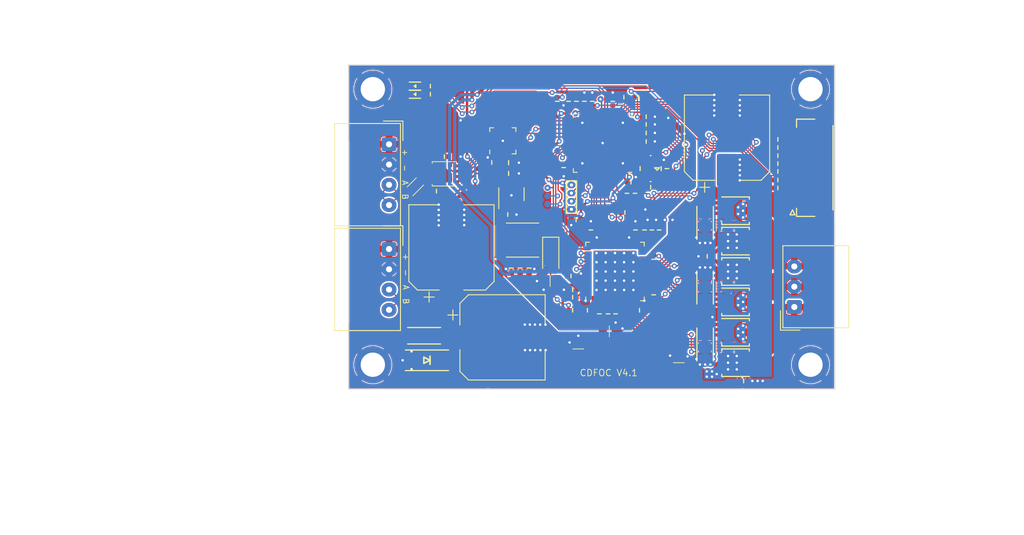
<source format=kicad_pcb>
(kicad_pcb (version 20221018) (generator pcbnew)
  (layers (0 "F.Cu" signal) (31 "B.Cu" signal) (34 "B.Paste" user) (35 "F.Paste" user) (36 "B.SilkS" user "B.Silkscreen") (37 "F.SilkS" user "F.Silkscreen") (38 "B.Mask" user) (39 "F.Mask" user) (44 "Edge.Cuts" user))
  (net 0 "")
  (net 1 "GNDPWR")
  (net 2 "+24V")
  (net 3 "+5V")
  (net 4 "GND")
  (net 5 "Net-(U1-DVDD)")
  (net 6 "Net-(D2-K)")
  (net 7 "Net-(U1-CB)")
  (net 8 "Net-(U1-CPL)")
  (net 9 "/driver/SP_A")
  (net 10 "/driver/SP_B")
  (net 11 "Net-(U1-CPH)")
  (net 12 "Net-(U1-VCP)")
  (net 13 "+3V3")
  (net 14 "/driver/VSENSE")
  (net 15 "/driver/GH_A")
  (net 16 "/driver/GL_A")
  (net 17 "/driver/GH_B")
  (net 18 "/driver/GL_B")
  (net 19 "/driver/GH_C")
  (net 20 "/driver/GL_C")
  (net 21 "/driver/SH_A")
  (net 22 "/driver/SH_B")
  (net 23 "/driver/SH_C")
  (net 24 "Net-(U3-VCAP)")
  (net 25 "/NTC")
  (net 26 "Net-(U2-PF0_OSC_IN)")
  (net 27 "Net-(U2-PF1_OSC_OUT)")
  (net 28 "/VREF")
  (net 29 "/AMP_B")
  (net 30 "/AMP_A")
  (net 31 "/VSEN")
  (net 32 "Net-(D3-A)")
  (net 33 "Net-(D4-A)")
  (net 34 "Net-(J6-Pin_2)")
  (net 35 "Net-(J6-Pin_3)")
  (net 36 "/LED_G")
  (net 37 "/LED_R")
  (net 38 "/SWDIO")
  (net 39 "/SWCLK")
  (net 40 "/DBG_TX")
  (net 41 "/SEN_SDO")
  (net 42 "/SEN_SDI")
  (net 43 "/SEN_SCK")
  (net 44 "/SEN_CS")
  (net 45 "/driver/SP_C")
  (net 46 "Net-(J6-Pin_4)")
  (net 47 "Net-(J6-Pin_5)")
  (net 48 "/DRV_PWM_C")
  (net 49 "/DRV_PWM_B")
  (net 50 "/DRV_PWM_A")
  (net 51 "/DRV_SCK")
  (net 52 "/DRV_SDO")
  (net 53 "/DRV_SDI")
  (net 54 "/DRV_CS")
  (net 55 "/DRV_FAULT")
  (net 56 "/CD_CS")
  (net 57 "/CD_SDI")
  (net 58 "/CD_SDO")
  (net 59 "/CD_SCK")
  (net 60 "Net-(J6-Pin_6)")
  (net 61 "/CD_INT")
  (net 62 "Net-(J6-Pin_7)")
  (net 63 "Net-(J6-Pin_8)")
  (net 64 "Net-(J6-Pin_9)")
  (net 65 "/driver/SN_C")
  (net 66 "/AMP_C")
  (net 67 "/driver/SN_A")
  (net 68 "/driver/SN_B")
  (net 69 "/485+")
  (net 70 "/485-")
  (net 71 "Net-(J6-Pin_10)")
  (net 72 "Net-(JP4-B)")
  (net 73 "Net-(JP6-B)")
  (net 74 "/SEN_SCL")
  (net 75 "/SEN_SDA")
  (net 76 "Net-(JP8-B)")
  (net 77 "/DRV_EN")
  (net 78 "/DE")
  (net 79 "/CD_CLK")
  (net 80 "Net-(U1-nSHDN)")
  (net 81 "Net-(U1-SOB)")
  (net 82 "Net-(U1-SOA)")
  (net 83 "Net-(U1-SOC)")
  (net 84 "Net-(U2-PB11)")
  (net 85 "Net-(U2-PA11)")
  (net 86 "Net-(U2-PB2)")
  (net 92 "/INPWR")
  (net 93 "/_485+")
  (net 94 "/_485-")
  (net 99 "/TX")
  (net 100 "/RE_N")
  (net 101 "/RX")
  (footprint "common:1206R" (layer "F.Cu") (at 136.997 85.475 90)
    (fp_text reference "R15" hide)
    (fp_text value "0.02R,1%" hide)
  )
  (footprint "common:1206R" (layer "F.Cu") (at 102.325 91.425 180)
    (fp_text reference "F1" hide)
    (fp_text value "7A" hide)
  )
  (footprint "common:0402C_BIG" (layer "F.Cu") (at 112.749999 71.4 180)
    (fp_text reference "C61" hide)
    (fp_text value "10uF" hide)
  )
  (footprint "common:0402" (layer "F.Cu") (at 130.275 73.1 180)
    (fp_text reference "C41" hide)
    (fp_text value "18pF" hide)
  )
  (footprint "common:0402" (layer "F.Cu") (at 103.85 73.575)
    (fp_text reference "C57" hide)
    (fp_text value "100nF" hide)
  )
  (footprint "uncommon:PG-TSDSON-8_3x3mm" (layer "F.Cu") (at 140.75 76)
    (fp_text reference "Q2" hide)
    (fp_text value "BSZ105N04NSG" hide)
  )
  (footprint "uncommon:PG-TSDSON-8_3x3mm" (layer "F.Cu") (at 140.75 83.5 180)
    (fp_text reference "Q3" hide)
    (fp_text value "BSZ105N04NSG" hide)
  )
  (footprint "uncommon:PG-TSDSON-8_3x3mm" (layer "F.Cu") (at 140.75 87.25)
    (fp_text reference "Q4" hide)
    (fp_text value "BSZ105N04NSG" hide)
  )
  (footprint "uncommon:PG-TSDSON-8_3x3mm" (layer "F.Cu") (at 140.75 94.75 180)
    (fp_text reference "Q5" hide)
    (fp_text value "BSZ105N04NSG" hide)
  )
  (footprint "uncommon:PG-TSDSON-8_3x3mm" (layer "F.Cu") (at 140.75 91)
    (fp_text reference "Q6" hide)
    (fp_text value "BSZ105N04NSG" hide)
  )
  (footprint "uncommon:PG-TSDSON-8_3x3mm" (layer "F.Cu") (at 140.75 79.75 180)
    (fp_text reference "Q1" hide)
    (fp_text value "BSZ105N04NSG" hide)
  )
  (footprint "common:XTAL-3225" (layer "F.Cu") (at 130.275 70.8 180)
    (fp_text reference "Y1" hide)
    (fp_text value "12M,12p" hide)
  )
  (footprint "Package_DFN_QFN:QFN-48-1EP_7x7mm_P0.5mm_EP5.15x5.15mm" (layer "F.Cu") (at 125.875 83.5 90)
    (fp_text reference "U1" hide)
    (fp_text value "DRV8323RS" hide)
  )
  (footprint "Package_TO_SOT_SMD:SOT-23-5" (layer "F.Cu") (at 113.1 73.955 90)
    (fp_text reference "U6" hide)
    (fp_text value "NCP4625DSN33T1G" hide)
  )
  (footprint "common:SON-8" (layer "F.Cu") (at 104.825 71.45 180)
    (fp_text reference "U5" hide)
    (fp_text value "SN65HVD75" hide)
  )
  (footprint "common:SMA" (layer "F.Cu") (at 102.675 94.45 180)
    (fp_text reference "D7" hide)
    (fp_text value "SMAJ26A" hide)
  )
  (footprint "common:CONN_5268-03A_1x03_P2.50mm_H" (layer "F.Cu") (at 148 87.875 90)
    (fp_text reference "J1" hide)
    (fp_text value "MOTOR" hide)
  )
  (footprint "common:Hole-TH-3.2mm_4mm" (layer "F.Cu") (at 96 95)
    (fp_text reference "J13" hide)
    (fp_text value "Hole" hide)
  )
  (footprint "common:Hole-TH-3.2mm_4mm" (layer "F.Cu") (at 150 61)
    (fp_text reference "J12" hide)
    (fp_text value "Hole" hide)
  )
  (footprint "common:Hole-TH-3.2mm_4mm" (layer "F.Cu") (at 150 95)
    (fp_text reference "J14" hide)
    (fp_text value "Hole" hide)
  )
  (footprint "common:CONN_5268-04A_1x04_P2.50mm_H" (layer "F.Cu") (at 98 67.8 -90)
    (fp_text reference "J5" hide)
    (fp_text value "CON" hide)
  )
  (footprint "common:1206R" (layer "F.Cu") (at 137 92.5 90)
    (fp_text reference "R19" hide)
    (fp_text value "0.02R,1%" hide)
  )
  (footprint "common:0402" (layer "F.Cu") (at 141.75 97)
    (fp_text reference "C25" hide)
    (fp_text value "10nF" hide)
  )
  (footprint "common:0805" (layer "F.Cu") (at 125.175 90.875)
    (fp_text reference "C22" hide)
    (fp_text value "4.7uF,50V" hide)
  )
  (footprint "common:0402" (layer "F.Cu") (at 137.25 81.625 180)
    (fp_text reference "C20" hide)
    (fp_text value "10nF" hide)
  )
  (footprint "common:0805" (layer "F.Cu") (at 121.35 93.05 90)
    (fp_text reference "C1" hide)
    (fp_text value "4.7uF,50V" hide)
  )
  (footprint "common:0402C_BIG" (layer "F.Cu") (at 114.175 83.075 90)
    (fp_text reference "C3" hide)
    (fp_text value "10uF" hide)
  )
  (footprint "common:0402C_BIG" (layer "F.Cu") (at 121.075 77.1 180)
    (fp_text reference "C51" hide)
    (fp_text value "10uF" hide)
  )
  (footprint "common:0402C_BIG" (layer "F.Cu") (at 113.075 83.075 90)
    (fp_text reference "C59" hide)
    (fp_text value "10uF" hide)
  )
  (footprint "common:0402C_BIG" (layer "F.Cu") (at 115.275 83.075 90)
    (fp_text reference "C2" hide)
    (fp_text value "10uF" hide)
  )
  (footprint "common:0402" (layer "F.Cu") (at 122.1 62.5 90)
    (fp_text reference "C50" hide)
    (fp_text value "100nF" hide)
  )
  (footprint "common:0402" (layer "F.Cu") (at 127.85 72.475)
    (fp_text reference "C48" hide)
    (fp_text value "100nF" hide)
  )
  (footprint "common:0402" (layer "F.Cu") (at 119.55 70.675 -90)
    (fp_text reference "C49" hide)
    (fp_text value "100nF" hide)
  )
  (footprint "common:0402" (layer "F.Cu") (at 130.65 86.375 -90)
    (fp_text reference "C14" hide)
    (fp_text value "1nF" hide)
  )
  (footprint "common:0402" (layer "F.Cu") (at 123.075 62.5 90)
    (fp_text reference "C52" hide)
    (fp_text value "100nF" hide)
  )
  (footprint "common:0402" (layer "F.Cu") (at 125.6 62.5 90)
    (fp_text reference "C56" hide)
    (fp_text value "100nF" hide)
  )
  (footprint "common:0402" (layer "F.Cu") (at 122.475 88.275)
    (fp_text reference "R2" hide)
    (fp_text value "10K,1%" hide)
  )
  (footprint "common:0402" (layer "F.Cu") (at 120.65 88.275 180)
    (fp_text reference "R1" hide)
    (fp_text value "62K,1%" hide)
  )
  (footprint "common:0402" (layer "F.Cu") (at 120.65 86.675 180)
    (fp_text reference "R9" hide)
    (fp_text value "100K" hide)
  )
  (footprint "common:0402" (layer "F.Cu") (at 125.95 88.725 90)
    (fp_text reference "C19" hide)
    (fp_text value "100nF" hide)
  )
  (footprint "common:0402" (layer "F.Cu") (at 129.725 67.45)
    (fp_text reference "C21" hide)
    (fp_text value "2.2nF" hide)
  )
  (footprint "common:0402" (layer "F.Cu") (at 120.65 85.75)
    (fp_text reference "C6" hide)
    (fp_text value "100nF" hide)
  )
  (footprint "common:0402" (layer "F.Cu") (at 123.95 88.725 -90)
    (fp_text reference "C11" hide)
    (fp_text value "47nF" hide)
  )
  (footprint "common:0402" (layer "F.Cu") (at 125.025 88.725 -90)
    (fp_text reference "C12" hide)
    (fp_text value "1uF" hide)
  )
  (footprint "common:0402" (layer "F.Cu") (at 129.525 78.375 -90)
    (fp_text reference "R12" hide)
    (fp_text value "1K" hide)
  )
  (footprint "common:0402" (layer "F.Cu") (at 130.425 78.375 -90)
    (fp_text reference "R11" hide)
    (fp_text value "1K" hide)
  )
  (footprint "common:0402" (layer "F.Cu") (at 128.775 62)
    (fp_text reference "R28" hide)
    (fp_text value "75K,1%" hide)
  )
  (footprint "common:0402" (layer "F.Cu") (at 126.975 62)
    (fp_text reference "R29" hide)
    (fp_text value "4.7K,1%" hide)
  )
  (footprint "common:0402" (layer "F.Cu") (at 120.45 84.05)
    (fp_text reference "C10" hide)
    (fp_text value "100nF" hide)
  )
  (footprint "common:0402" (layer "F.Cu") (at 112.649999 76.475 180)
    (fp_text reference "C60" hide)
    (fp_text value "100nF" hide)
  )
  (footprint "Inductor_SMD:L_Taiyo-Yuden_MD-4040" (layer "F.Cu") (at 114.475 79.625)
    (fp_text reference "L1" hide)
    (fp_text value "22uH" hide)
  )
  (footprint "bldc:Hole-TH-3.2mm_4mm" (layer "F.Cu") (at 96 61)
    (fp_text reference "J11" hide)
    (fp_text value "Hole" hide)
  )
  (footprint "common:0402" (layer "F.Cu") (at 128.9 88.275 180)
    (fp_text reference "C13" hide)
    (fp_text value "1nF" hide)
  )
  (footprint "Capacitor_SMD:CP_Elec_10x10" (layer "F.Cu") (at 112 91.625)
    (fp_text reference "C17" hide)
    (fp_text value "220uF,50V" hide)
  )
  (footprint "Capacitor_SMD:CP_Elec_10x10" (layer "F.Cu") (at 139.7 66.9825 90)
    (fp_text reference "C26" hide)
    (fp_text value "220uF,50V" hide)
  )
  (footprint "Package_DFN_QFN:QFN-48-1EP_7x7mm_P0.5mm_EP5.6x5.6mm" (layer "F.Cu") (at 124.35 67.65 180)
    (fp_text reference "U2" hide)
    (fp_text value "STM32G431CBUx" hide)
  )
  (footprint "common:0402D" (layer "F.Cu") (at 101.2 61.625)
    (fp_text reference "D4" hide)
    (fp_text value "RED" hide)
  )
  (footprint "common:0402" (layer "F.Cu") (at 103.1 60.625 180)
    (fp_text reference "R23" hide)
    (fp_text value "4.7K" hide)
  )
  (footprint "common:0402" (layer "F.Cu") (at 103.1 61.625 180)
    (fp_text reference "R26" hide)
    (fp_text value "2K" hide)
  )
  (footprint "common:0402" (layer "F.Cu") (at 121.125 62.5 90)
    (fp_text reference "R21" hide)
    (fp_text value "0R" hide)
  )
  (footprint "common:0402" (layer "F.Cu") (at 120.15 62.5 -90)
    (fp_text reference "C53" hide)
    (fp_text value "1uF" hide)
  )
  (footprint "common:0402" (layer "F.Cu") (at 129.725 66.4)
    (fp_text reference "C18" hide)
    (fp_text value "2.2nF" hide)
  )
  (footprint "common:0402" (layer "F.Cu") (at 122.9 78.375 -90)
    (fp_text reference "C9" hide)
    (fp_text value "1uF" hide)
  )
  (footprint "common:0402D" (layer "F.Cu") (at 101.2 60.625)
    (fp_text reference "D3" hide)
    (fp_text value "GREEN" hide)
  )
  (footprint "common:0402" (layer "F.Cu") (at 132.275 70.8 90)
    (fp_text reference "C42" hide)
    (fp_text value "18pF" hide)
  )
  (footprint "Diode_SMD:D_SOD-123F" (layer "F.Cu") (at 117.95 81.475 -90)
    (fp_text reference "D2" hide)
    (fp_text value "DSS26" hide)
  )
  (footprint "Fiducial:Fiducial_0.5mm_Mask1mm" (layer "F.Cu") (at 93.8 97.2)
    (fp_text reference "REF**" hide)
    (fp_text value "Fiducial_0.5mm_Mask1mm" hide)
  )
  (footprint "Fiducial:Fiducial_0.5mm_Mask1mm" (layer "F.Cu") (at 152.2 58.8)
    (fp_text reference "REF**" hide)
    (fp_text value "Fiducial_0.5mm_Mask1mm" hide)
  )
  (footprint "common:PAD_DIP_4P_1mm" (layer "F.Cu") (at 120.515 74.325 90)
    (fp_text reference "J4" hide)
    (fp_text value "DBG" hide)
  )
  (footprint "common:0805" (layer "F.Cu") (at 133.75 94.75 90)
    (fp_text reference "C24" hide)
    (fp_text value "4.7uF,50V" hide)
  )
  (footprint "common:0402" (layer "F.Cu") (at 127.1 76.225)
    (fp_text reference "R3" hide)
    (fp_text value "4.7K" hide)
  )
  (footprint "common:0402" (layer "F.Cu") (at 128.4 78.375 -90)
    (fp_text reference "C8" hide)
    (fp_text value "100nF" hide)
  )
  (footprint "common:0805" (layer "F.Cu") (at 117.875 84.675 180)
    (fp_text reference "C5" hide)
    (fp_text value "4.7uF,50V" hide)
  )
  (footprint "common:CONN_SH1.0mm_10P_HSMD" (layer "F.Cu") (at 152.775 70.7 90)
    (fp_text reference "J6" hide)
    (fp_text value "SENSOR" hide)
  )
  (footprint "Inductor_SMD:L_CommonModeChoke_Coilcraft_0603USB" (layer "F.Cu") (at 101.25 72.95 135)
    (fp_text reference "L2" hide)
    (fp_text value "DLM11SN900HY2" hide)
  )
  (footprint "common:NetTie-2_SMD_Pad0.16mm" (layer "F.Cu") (at 136.1 78.2)
    (fp_text reference "JP5" hide)
    (fp_text value "NetTie" hide)
  )
  (footprint "common:0402" (layer "F.Cu") (at 129.725 65.35)
    (fp_text reference "C7" hide)
    (fp_text value "2.2nF" hide)
  )
  (footprint "common:0402" (layer "F.Cu") (at 145.975 73.2 180)
    (fp_text reference "R17" hide)
    (fp_text value "22R" hide)
  )
  (footprint "common:NetTie-2_SMD_Pad0.16mm" (layer "F.Cu") (at 136.1 91.8)
    (fp_text reference "JP8" hide)
    (fp_text value "NetTie" hide)
  )
  (footprint "common:0402" (layer "F.Cu") (at 127.35 73.85 -90)
    (fp_text reference "R6" hide)
    (fp_text value "1K" hide)
  )
  (footprint "common:0402" (layer "F.Cu") (at 145.975 68.2 180)
    (fp_text reference "R10" hide)
    (fp_text value "22R" hide)
  )
  (footprint "common:NetTie-2_SMD_Pad0.16mm" (layer "F.Cu") (at 136.097 84.775)
    (fp_text reference "JP7" hide)
    (fp_text value "NetTie" hide)
  )
  (footprint "common:1206R" (layer "F.Cu") (at 137 77.5 90)
    (fp_text reference "R18" hide)
    (fp_text value "0.02R,1%" hide)
  )
  (footprint "common:0402" (layer "F.Cu") (at 130.65 82 90)
    (fp_text reference "C4" hide)
    (fp_text value "1nF" hide)
  )
  (footprint "common:0402" (layer "F.Cu") (at 145.975 67.2 180)
    (fp_text reference "R8" hide)
    (fp_text value "22R" hide)
  )
  (footprint "Capacitor_SMD:CP_Elec_10x10" (layer "F.Cu") (at 105.7 80.525 90)
    (fp_text reference "C15" hide)
    (fp_text value "220uF,50V" hide)
  )
  (footprint "common:0402" (layer "F.Cu") (at 129.725 64.4)
    (fp_text reference "C27" hide)
    (fp_text value "100nF" hide)
  )
  (footprint "common:0402" (layer "F.Cu") (at 104.825 69.325)
    (fp_text reference "R4" hide)
    (fp_text value "1K" hide)
  )
  (footprint "common:0402" (layer "F.Cu") (at 131.325 78.375 -90)
    (fp_text reference "R20" hide)
    (fp_text value "1K" hide)
  )
  (footprint "common:NetTie-2_SMD_Pad0.16mm" (layer "F.Cu") (at 136.1 76.8)
    (fp_text reference "JP4" hide)
    (fp_text value "NetTie" hide)
  )
  (footprint "common:0402" (layer "F.Cu") (at 145.975 69.2 180)
    (fp_text reference "R24" hide)
    (fp_text value "22R" hide)
  )
  (footprint "Package_DFN_QFN:QFN-16-1EP_3x3mm_P0.5mm_EP1.7x1.7mm" (layer "F.Cu") (at 112.0375 67.375 90)
    (fp_text reference "U3" hide)
    (fp_text value "CDCTL01A" hide)
  )
  (footprint "common:0402" (layer "F.Cu") (at 110.675 70.05)
    (fp_text reference "C23" hide)
    (fp_text value "100nF" hide)
  )
  (footprint "common:0402" (layer "F.Cu") (at 145.975 70.2 180)
    (fp_text reference "R13" hide)
    (fp_text value "22R" hide)
  )
  (footprint "common:0402C_BIG" (layer "F.Cu") (at 112.75 70.075 180)
    (fp_text reference "C16" hide)
    (fp_text value "1uF" hide)
  )
  (footprint "common:NetTie-2_SMD_Pad0.16mm" (layer "F.Cu") (at 136.1 93.2)
    (fp_text reference "JP9" hide)
    (fp_text value "NetTie" hide)
  )
  (footprint "common:NetTie-2_SMD_Pad0.16mm" (layer "F.Cu") (at 136.097 86.175)
    (fp_text reference "JP6" hide)
    (fp_text value "NetTie" hide)
  )
  (footprint "common:0402" (layer "F.Cu") (at 145.975 71.15 180)
    (fp_text reference "R14" hide)
    (fp_text value "22R" hide)
  )
  (footprint "common:0402" (layer "F.Cu") (at 145.975 72.2 180)
    (fp_text reference "R16" hide)
    (fp_text value "22R" hide)
  )
  (footprint "common:0402" (layer "F.Cu") (at 118.75 62.5 -90)
    (fp_text reference "R22" hide)
    (fp_text value "10K,1%" hide)
  )
  (footprint "common:0402" (layer "F.Cu") (at 128.35 73.85 -90)
    (fp_text reference "R7" hide)
    (fp_text value "1K" hide)
  )
  (footprint "common:CONN_5268-04A_1x04_P2.50mm_H" (layer "F.Cu") (at 98 80.725 -90)
    (fp_text reference "J2" hide)
    (fp_text value "CON" hide)
  )
  (footprint "common:NetTie-2_SMD_Pad1mm" (layer "B.Cu") (at 116.925 83.85 90)
    (fp_text reference "JP1" hide)
    (fp_text value "SolderJumper_2_Bridged" hide)
  )
  (footprint "common:TP-D0.8mm" (layer "B.Cu") (at 120.975 63.975)
    (fp_text reference "TP1" hide)
    (fp_text value "DBG1" hide)
  )
  (footprint "common:TP-D0.8mm" (layer "B.Cu") (at 118.775 68.625)
    (fp_text reference "TP2" hide)
    (fp_text value "DBG_D" hide)
  )
  (footprint "common:TP-D0.8mm" (layer "B.Cu") (at 117.55 75.175)
    (fp_text reference "TP3" hide)
    (fp_text value "DBG_A" hide)
  )
  (footprint "common:TP-D0.8mm" (layer "B.Cu") (at 117.55 74.175)
    (fp_text reference "TP4" hide)
    (fp_text value "DBG_B" hide)
  )
  (footprint "common:TP-D0.8mm" (layer "B.Cu") (at 117.55 73.175)
    (fp_text reference "TP5" hide)
    (fp_text value "DBG_C" hide)
  )
  (footprint "common:TP-D0.8mm" (layer "B.Cu") (at 124.1 62.242329)
    (fp_text reference "TP6" hide)
    (fp_text value "DBG2" hide)
  )
  (footprint "common:1206" (layer "B.Cu") (at 138.375 77.85 180)
    (fp_text reference "C29" hide)
    (fp_text value "NC" hide)
  )
  (footprint "NetTie:NetTie-2_SMD_Pad0.5mm" (layer "B.Cu") (at 115.625 83.5 180)
    (fp_text reference "JP2" hide)
    (fp_text value "NetTie" hide)
  )
  (footprint "common:1206" (layer "B.Cu") (at 138.375 92.85 180)
    (fp_text reference "C31" hide)
    (fp_text value "NC" hide)
  )
  (footprint "NetTie:NetTie-2_SMD_Pad0.5mm" (layer "B.Cu") (at 106.975 73.275 135)
    (fp_text reference "JP3" hide)
    (fp_text value "NetTie" hide)
  )
  (footprint "common:1206" (layer "B.Cu") (at 138.375 85.4 180)
    (fp_text reference "C30" hide)
    (fp_text value "NC" hide)
  )
  (gr_line (start 93 98) (end 93 58) (stroke (width 0.1)) (layer "Edge.Cuts"))
  (gr_line (start 153 98) (end 93 98) (stroke (width 0.1)) (layer "Edge.Cuts"))
  (gr_line (start 153 58) (end 153 98) (stroke (width 0.1)) (layer "Edge.Cuts"))
  (gr_line (start 93 58) (end 153 58) (stroke (width 0.1)) (layer "Edge.Cuts"))
  (gr_text "CDFOC V4.1" (at 125.1 96) (layer "F.SilkS") (effects (font (size 0.8 0.8) (thickness 0.1))))
  (gr_text "+  -  A  B" (at 99.975 71.5 270) (layer "F.SilkS") (effects (font (size 0.7 0.7) (thickness 0.1))))
  (gr_text "+  -  A  B" (at 100.075 84.4 270) (layer "F.SilkS") (effects (font (size 0.7 0.7) (thickness 0.1))))
  (segment (start 136.26 93.2) (end 136.303 93.2) (width 0.15) (layer "F.Cu") (net 1))
  (segment (start 123.6 85.775) (end 123.625 85.8) (width 0.3) (layer "F.Cu") (net 1))
  (segment (start 136.303 93.2) (end 137 93.897) (width 0.15) (layer "F.Cu") (net 1))
  (segment (start 123.625 85.8) (end 123.625 86.325) (width 0.3) (layer "F.Cu") (net 1))
  (segment (start 136.3 84.775) (end 136.997 84.078) (width 0.15) (layer "F.Cu") (net 1))
  (segment (start 126.45 90.875) (end 126.8 90.525) (width 0.5) (layer "F.Cu") (net 1))
  (segment (start 123.625 86.9375) (end 123.625 86.325) (width 0.2) (layer "F.Cu") (net 1))
  (segment (start 136.257 84.775) (end 136.3 84.775) (width 0.15) (layer "F.Cu") (net 1))
  (segment (start 123.625 86.325) (end 123.625 86) (width 0.2) (layer "F.Cu") (net 1))
  (segment (start 136.303 78.2) (end 137 78.897) (width 0.15) (layer "F.Cu") (net 1))
  (segment (start 125.975 90.875) (end 126.45 90.875) (width 0.5) (layer "F.Cu") (net 1))
  (segment (start 136.26 78.2) (end 136.303 78.2) (width 0.15) (layer "F.Cu") (net 1))
  (via (at 117.3 90.05) (size 0.6) (drill 0.3) (layers "F.Cu" "B.Cu") (net 1))
  (via (at 114.75 90.05) (size 0.6) (drill 0.3) (layers "F.Cu" "B.Cu") (net 1))
  (via (at 116.65 90.05) (size 0.6) (drill 0.3) (layers "F.Cu" "B.Cu") (net 1))
  (via (at 116 90.05) (size 0.6) (drill 0.3) (layers "F.Cu" "B.Cu") (net 1))
  (via (at 115.375 90.05) (size 0.6) (drill 0.3) (layers "F.Cu" "B.Cu") (net 1))
  (via (at 141.275 63) (size 0.6) (drill 0.3) (layers "F.Cu" "B.Cu") (net 1))
  (via (at 141.275 63.625) (size 0.6) (drill 0.3) (layers "F.Cu" "B.Cu") (net 1))
  (via (at 141.275 62.35) (size 0.6) (drill 0.3) (layers "F.Cu" "B.Cu") (net 1))
  (via (at 141.275 64.25) (size 0.6) (drill 0.3) (layers "F.Cu" "B.Cu") (net 1))
  (via (at 138.125 63) (size 0.6) (drill 0.3) (layers "F.Cu" "B.Cu") (net 1))
  (via (at 138.125 61.7) (size 0.6) (drill 0.3) (layers "F.Cu" "B.Cu") (net 1))
  (via (at 138.125 63.625) (size 0.6) (drill 0.3) (layers "F.Cu" "B.Cu") (net 1))
  (via (at 138.125 62.35) (size 0.6) (drill 0.3) (layers "F.Cu" "B.Cu") (net 1))
  (via (at 138.125 64.25) (size 0.6) (drill 0.3) (layers "F.Cu" "B.Cu") (net 1))
  (via (at 138.075 79.3) (size 0.6) (drill 0.3) (layers "F.Cu" "B.Cu") (net 1))
  (via (at 136.35 94.975) (size 0.6) (drill 0.3) (layers "F.Cu" "B.Cu") (net 1))
  (via (at 134.825 93.975) (size 0.6) (drill 0.3) (layers "F.Cu" "B.Cu") (net 1))
  (via (at 136.175 81.625) (size 0.6) (drill 0.3) (layers "F.Cu" "B.Cu") (net 1))
  (via (at 124.725 82.35) (size 0.6) (drill 0.3) (layers "F.Cu" "B.Cu") (net 1))
  (via (at 104.125 77.175) (size 0.6) (drill 0.3) (layers "F.Cu" "B.Cu") (net 1))
  (via (at 107.275 75.875) (size 0.6) (drill 0.3) (layers "F.Cu" "B.Cu") (net 1))
  (via (at 104.125 75.25) (size 0.6) (drill 0.3) (layers "F.Cu" "B.Cu") (net 1))
  (via (at 117.075 85.75) (size 0.6) (drill 0.3) (layers "F.Cu" "B.Cu") (net 1))
  (via (at 123.6 85.775) (size 0.6) (drill 0.3) (layers "F.Cu" "B.Cu") (net 1))
  (via (at 137 79.975) (size 0.6) (drill 0.3) (layers "F.Cu" "B.Cu") (net 1))
  (via (at 127 82.35) (size 0.6) (drill 0.3) (layers "F.Cu" "B.Cu") (net 1))
  (via (at 125.875 85.775) (size 0.6) (drill 0.3) (layers "F.Cu" "B.Cu") (net 1))
  (via (at 104.125 76.55) (size 0.6) (drill 0.3) (layers "F.Cu" "B.Cu") (net 1))
  (via (at 128.15 82.35) (size 0.6) (drill 0.3) (layers "F.Cu" "B.Cu") (net 1))
  (via (at 137.65 79.975) (size 0.6) (drill 0.3) (layers "F.Cu" "B.Cu") (net 1))
  (via (at 124.725 85.775) (size 0.6) (drill 0.3) (layers "F.Cu" "B.Cu") (net 1))
  (via (at 127 83.5) (size 0.6) (drill 0.3) (layers "F.Cu" "B.Cu") (net 1))
  (via (at 137.9 89.125) (size 0.6) (drill 0.3) (layers "F.Cu" "B.Cu") (net 1))
  (via (at 124.725 84.625) (size 0.6) (drill 0.3) (layers "F.Cu" "B.Cu") (net 1))
  (via (at 119.575 85.75) (size 0.6) (drill 0.3) (layers "F.Cu" "B.Cu") (net 1))
  (via (at 138.075 94.3) (size 0.6) (drill 0.3) (layers "F.Cu" "B.Cu") (net 1))
  (via (at 143.475 97) (size 0.6) (drill 0.3) (layers "F.Cu" "B.Cu") (net 1))
  (via (at 127 84.625) (size 0.6) (drill 0.3) (layers "F.Cu" "B.Cu") (net 1))
  (via (at 117.325 93.2) (size 0.6) (drill 0.3) (layers "F.Cu" "B.Cu") (net 1))
  (via (at 128.15 84.625) (size 0.6) (drill 0.3) (layers "F.Cu" "B.Cu") (net 1))
  (via (at 107.275 77.775) (size 0.6) (drill 0.3) (layers "F.Cu" "B.Cu") (net 1))
  (via (at 128.15 81.225) (size 0.6) (drill 0.3) (layers "F.Cu" "B.Cu") (net 1))
  (via (at 136.35 83) (size 0.6) (drill 0.3) (layers "F.Cu" "B.Cu") (net 1))
  (via (at 121.35 91.425) (size 0.6) (drill 0.3) (layers "F.Cu" "B.Cu") (net 1))
  (via (at 144.1 97) (size 0.6) (drill 0.3) (layers "F.Cu" "B.Cu") (net 1))
  (via (at 123.6 83.5) (size 0.6) (drill 0.3) (layers "F.Cu" "B.Cu") (net 1))
  (via (at 125.875 84.625) (size 0.6) (drill 0.3) (layers "F.Cu" "B.Cu") (net 1))
  (via (at 99.675 94.45) (size 0.6) (drill 0.3) (layers "F.Cu" "B.Cu") (net 1))
  (via (at 116.025 93.2) (size 0.6) (drill 0.3) (layers "F.Cu" "B.Cu") (net 1))
  (via (at 128.15 85.775) (size 0.6) (drill 0.3) (layers "F.Cu" "B.Cu") (net 1))
  (via (at 125.875 82.35) (size 0.6) (drill 0.3) (layers "F.Cu" "B.Cu") (net 1))
  (via (at 100.775 95.55) (size 0.6) (drill 0.3) (layers "F.Cu" "B.Cu") (net 1))
  (via (at 137 83) (size 0.6) (drill 0.3) (layers "F.Cu" "B.Cu") (net 1))
  (via (at 138.072 83.675) (size 0.6) (drill 0.3) (layers "F.Cu" "B.Cu") (net 1))
  (via (at 137.65 83) (size 0.6) (drill 0.3) (layers "F.Cu" "B.Cu") (net 1))
  (via (at 142.825 97) (size 0.6) (drill 0.3) (layers "F.Cu" "B.Cu") (net 1))
  (via (at 116.675 93.2) (size 0.6) (drill 0.3) (layers "F.Cu" "B.Cu") (net 1))
  (via (at 138.075 78.65) (size 0.6) (drill 0.3) (layers "F.Cu" "B.Cu") (net 1))
  (via (at 125.95 89.8) (size 0.6) (drill 0.3) (layers "F.Cu" "B.Cu") (net 1))
  (via (at 126.8 90.525) (size 0.6) (drill 0.3) (layers "F.Cu" "B.Cu") (net 1))
  (via (at 123.6 84.625) (size 0.6) (drill 0.3) (layers "F.Cu" "B.Cu") (net 1))
  (via (at 104.125 77.8) (size 0.6) (drill 0.3) (layers "F.Cu" "B.Cu") (net 1))
  (via (at 138.075 93.675) (size 0.6) (drill 0.3) (layers "F.Cu" "B.Cu") (net 1))
  (via (at 137 94.975) (size 0.6) (drill 0.3) (layers "F.Cu" "B.Cu") (net 1))
  (via (at 114.775 93.2) (size 0.6) (drill 0.3) (layers "F.Cu" "B.Cu") (net 1))
  (via (at 128.15 83.5) (size 0.6) (drill 0.3) (layers "F.Cu" "B.Cu") (net 1))
  (via (at 115.4 93.2) (size 0.6) (drill 0.3) (layers "F.Cu" "B.Cu") (net 1))
  (via (at 107.275 76.525) (size 0.6) (drill 0.3) (layers "F.Cu" "B.Cu") (net 1))
  (via (at 137.65 94.975) (size 0.6) (drill 0.3) (layers "F.Cu" "B.Cu") (net 1))
  (via (at 135.925 94.3) (size 0.6) (drill 0.3) (layers "F.Cu" "B.Cu") (net 1))
  (via (at 127 85.775) (size 0.6) (drill 0.3) (layers "F.Cu" "B.Cu") (net 1))
  (via (at 129.5 87.1) (size 0.6) (drill 0.3) (layers "F.Cu" "B.Cu") (net 1))
  (via (at 124.725 83.5) (size 0.6) (drill 0.3) (layers "F.Cu" "B.Cu") (net 1))
  (via (at 135.925 83.675) (size 0.6) (drill 0.3) (layers "F.Cu" "B.Cu") (net 1))
  (via (at 100.775 93.35) (size 0.6) (drill 0.3) (layers "F.Cu" "B.Cu") (net 1))
  (via (at 124.725 81.225) (size 0.6) (drill 0.3) (layers "F.Cu" "B.Cu") (net 1))
  (via (at 127 81.225) (size 0.6) (drill 0.3) (layers "F.Cu" "B.Cu") (net 1))
  (via (at 123.6 81.225) (size 0.6) (drill 0.3) (layers "F.Cu" "B.Cu") (net 1))
  (via (at 120.275 92.25) (size 0.6) (drill 0.3) (layers "F.Cu" "B.Cu") (net 1))
  (via (at 116.25 84.675) (size 0.6) (drill 0.3) (layers "F.Cu" "B.Cu") (net 1))
  (via (at 104.125 75.9) (size 0.6) (drill 0.3) (layers "F.Cu" "B.Cu") (net 1))
  (via (at 125.875 81.225) (size 0.6) (drill 0.3) (layers "F.Cu" "B.Cu") (net 1))
  (via (at 136.35 79.975) (size 0.6) (drill 0.3) (layers "F.Cu" "B.Cu") (net 1))
  (via (at 107.275 77.15) (size 0.6) (drill 0.3) (layers "F.Cu" "B.Cu") (net 1))
  (via (at 138.072 84.325) (size 0.6) (drill 0.3) (layers "F.Cu" "B.Cu") (net 1))
  (via (at 135.925 79.3) (size 0.6) (drill 0.3) (layers "F.Cu" "B.Cu") (net 1))
  (via (at 123.6 82.35) (size 0.6) (drill 0.3) (layers "F.Cu" "B.Cu") (net 1))
  (via (at 132.975 77.125) (size 0.6) (drill 0.3) (layers "F.Cu" "B.Cu") (net 1))
  (via (at 125.875 83.5) (size 0.6) (drill 0.3) (layers "F.Cu" "B.Cu") (net 1))
  (via (at 132.675 93.875) (size 0.6) (drill 0.3) (layers "F.Cu" "B.Cu") (net 1))
  (segment (start 116.925 84.35) (end 117.425 84.35) (width 0.5) (layer "B.Cu") (net 1))
  (segment (start 116.925 84.35) (end 116.45 84.35) (width 0.5) (layer "B.Cu") (net 1))
  (segment (start 120.649009 85.149009) (end 121.25 85.75) (width 0.3) (layer "F.Cu") (net 2))
  (segment (start 138.65 82.525) (end 137.75 81.625) (width 0.4) (layer "F.Cu") (net 2))
  (segment (start 129.5 62.225) (end 129.275 62) (width 0.15) (layer "F.Cu") (net 2))
  (segment (start 140.575 79.425) (end 140.9 79.75) (width 0.2) (layer "F.Cu") (net 2))
  (segment (start 124.375 90.65) (end 124.375 90.875) (width 0.2) (layer "F.Cu") (net 2))
  (segment (start 121.6 93.85) (end 124.375 91.075) (width 0.4) (layer "F.Cu") (net 2))
  (segment (start 125.025 90) (end 124.375 90.65) (width 0.2) (layer "F.Cu") (net 2))
  (segment (start 125.925 88.3) (end 125.025 89.2) (width 0.2) (layer "F.Cu") (net 2))
  (segment (start 139.175 80.075) (end 140.4 80.075) (width 0.2) (layer "F.Cu") (net 2))
  (segment (start 105.238 91.625) (end 104.58 92.283) (width 0.8) (layer "F.Cu") (net 2))
  (segment (start 126.775 89.15) (end 131.1625 93.5375) (width 0.3) (layer "F.Cu") (net 2))
  (segment (start 140.4 80.075) (end 140.9 80.575) (width 0.2) (layer "F.Cu") (net 2))
  (segment (start 141 69.7) (end 139.7 71) (width 0.3) (layer "F.Cu") (net 2))
  (segment (start 125.025 89.2) (end 125.025 89.225) (width 0.2) (layer "F.Cu") (net 2))
  (segment (start 108 91.625) (end 105.238 91.625) (width 0.8) (layer "F.Cu") (net 2))
  (segment (start 139.175 78.775) (end 140.75 78.775) (width 0.2) (layer "F.Cu") (net 2))
  (segment (start 140.75 84.475) (end 140.9 84.325) (width 0.2) (layer "F.Cu") (net 2))
  (segment (start 125.025 89.225) (end 125.025 90) (width 0.2) (layer "F.Cu") (net 2))
  (segment (start 125.625 86.9375) (end 125.625 87.925) (width 0.2) (layer "F.Cu") (net 2))
  (segment (start 133.403577 95.55) (end 133.75 95.55) (width 0.3) (layer "F.Cu") (net 2))
  (segment (start 140.35 70.35) (end 139.7 71) (width 0.3) (layer "F.Cu") (net 2))
  (segment (start 124.375 91.075) (end 124.375 90.875) (width 0.4) (layer "F.Cu") (net 2))
  (segment (start 123.9 90.4) (end 124.375 90.875) (width 0.3) (layer "F.Cu") (net 2))
  (segment (start 119.149009 85.149009) (end 120.649009 85.149009) (width 0.3) (layer "F.Cu") (net 2))
  (segment (start 138.15 66.025) (end 136.675 66.025) (width 0.15) (layer "F.Cu") (net 2))
  (segment (start 136.675 66.025) (end 132.875 62.225) (width 0.15) (layer "F.Cu") (net 2))
  (segment (start 140.95 72.25) (end 139.7 71) (width 0.3) (layer "F.Cu") (net 2))
  (segment (start 125.625 87.925) (end 125.925 88.225) (width 0.2) (layer "F.Cu") (net 2))
  (segment (start 118.675 84.675) (end 118.675 85.988478) (width 0.3) (layer "F.Cu") (net 2))
  (segment (start 139.175 93.775) (end 140.75 93.775) (width 0.2) (layer "F.Cu") (net 2))
  (segment (start 122.4375 85.75) (end 121.25 85.75) (width 0.2) (layer "F.Cu") (net 2))
  (segment (start 118.675 85.988478) (end 119.425 86.738478) (width 0.3) (layer "F.Cu") (net 2))
  (segment (start 125.925 88.225) (end 125.925 88.3) (width 0.2) (layer "F.Cu") (net 2))
  (segment (start 126.75 88.075) (end 126.75 89.15) (width 0.2) (layer "F.Cu") (net 2))
  (segment (start 121.1 90.4) (end 123.9 90.4) (width 0.3) (layer "F.Cu") (net 2))
  (segment (start 139.175 80.725) (end 138.65 80.725) (width 0.4) (layer "F.Cu") (net 2))
  (segment (start 140.75 78.775) (end 140.9 78.925) (width 0.2) (layer "F.Cu") (net 2))
  (segment (start 140.4 83.825) (end 140.9 84.325) (width 0.2) (layer "F.Cu") (net 2))
  (segment (start 139.175 83.175) (end 140.575 83.175) (width 0.2) (layer "F.Cu") (net 2))
  (segment (start 140.575 83.175) (end 140.9 83.5) (width 0.2) (layer "F.Cu") (net 2))
  (segment (start 120.15 86.675) (end 119.488478 86.675) (width 0.15) (layer "F.Cu") (net 2))
  (segment (start 104.58 94.45) (end 104.58 92.283) (width 0.8) (layer "F.Cu") (net 2))
  (segment (start 132.875 62.225) (end 129.5 62.225) (width 0.15) (layer "F.Cu") (net 2))
  (segment (start 142.457007 66.7) (end 138.825 66.7) (width 0.15) (layer "F.Cu") (net 2))
  (segment (start 131.391077 93.5375) (end 133.403577 95.55) (width 0.3) (layer "F.Cu") (net 2))
  (segment (start 126.125 87.45) (end 126.75 88.075) (width 0.2) (layer "F.Cu") (net 2))
  (segment (start 143.307007 67.55) (end 142.457007 66.7) (width 0.15) (layer "F.Cu") (net 2))
  (segment (start 119.488478 86.675) (end 119.425 86.738478) (width 0.15) (layer "F.Cu") (net 2))
  (segment (start 141.275 70.35) (end 140.35 70.35) (width 0.3) (layer "F.Cu") (net 2))
  (segment (start 141.275 69.7) (end 141 69.7) (width 0.3) (layer "F.Cu") (net 2))
  (segment (start 141.275 71.625) (end 140.325 71.625) (width 0.3) (layer "F.Cu") (net 2))
  (segment (start 131.1625 93.5375) (end 131.391077 93.5375) (width 0.3) (layer "F.Cu") (net 2))
  (segment (start 140.325 71.625) (end 139.7 71) (width 0.3) (layer "F.Cu") (net 2))
  (segment (start 126.125 86.9375) (end 126.125 87.45) (width 0.2) (layer "F.Cu") (net 2))
  (segment (start 104.58 92.283) (end 103.722 91.425) (width 0.8) (layer "F.Cu") (net 2))
  (segment (start 139.175 79.425) (end 140.575 79.425) (width 0.2) (layer "F.Cu") (net 2))
  (segment (start 138.65 80.725) (end 137.75 81.625) (width 0.4) (layer "F.Cu") (net 2))
  (segment (start 119.425 86.738478) (end 119.425 88.725) (width 0.3) (layer "F.Cu") (net 2))
  (segment (start 119.425 88.725) (end 121.1 90.4) (width 0.3) (layer "F.Cu") (net 2))
  (segment (start 139.175 84.475) (end 140.75 84.475) (width 0.2) (layer "F.Cu") (net 2))
  (segment (start 139.175 83.825) (end 140.4 83.825) (width 0.2) (layer "F.Cu") (net 2))
  (segment (start 121.35 93.85) (end 121.6 93.85) (width 0.4) (layer "F.Cu") (net 2))
  (segment (start 118.675 84.675) (end 119.149009 85.149009) (width 0.3) (layer "F.Cu") (net 2))
  (segment (start 138.825 66.7) (end 138.15 66.025) (width 0.15) (layer "F.Cu") (net 2))
  (segment (start 141.275 72.25) (end 140.95 72.25) (width 0.3) (layer "F.Cu") (net 2))
  (segment (start 140.75 93.775) (end 140.9 93.925) (width 0.2) (layer "F.Cu") (net 2))
  (segment (start 139.175 82.525) (end 138.65 82.525) (width 0.4) (layer "F.Cu") (net 2))
  (segment (start 141.275 71) (end 139.7 71) (width 0.3) (layer "F.Cu") (net 2))
  (via (at 139.825 78.925) (size 0.6) (drill 0.3) (layers "F.Cu" "B.Cu") (net 2))
  (via (at 140.9 78.925) (size 0.6) (drill 0.3) (layers "F.Cu" "B.Cu") (net 2))
  (via (at 140.9 80.575) (size 0.6) (drill 0.3) (layers "F.Cu" "B.Cu") (net 2))
  (via (at 139.825 79.75) (size 0.6) (drill 0.3) (layers "F.Cu" "B.Cu") (net 2))
  (via (at 139.825 80.575) (size 0.6) (drill 0.3) (layers "F.Cu" "B.Cu") (net 2))
  (via (at 140.9 79.75) (size 0.6) (drill 0.3) (layers "F.Cu" "B.Cu") (net 2))
  (via (at 140.9 95.575) (size 0.6) (drill 0.3) (layers "F.Cu" "B.Cu") (net 2))
  (via (at 139.825 93.925) (size 0.6) (drill 0.3) (layers "F.Cu" "B.Cu") (net 2))
  (via (at 139.825 95.575) (size 0.6) (drill 0.3) (layers "F.Cu" "B.Cu") (net 2))
  (via (at 140.9 94.75) (size 0.6) (drill 0.3) (layers "F.Cu" "B.Cu") (net 2))
  (via (at 140.9 93.925) (size 0.6) (drill 0.3) (layers "F.Cu" "B.Cu") (net 2))
  (via (at 139.825 94.75) (size 0.6) (drill 0.3) (layers "F.Cu" "B.Cu") (net 2))
  (via (at 141.275 71) (size 0.6) (drill 0.3) (layers "F.Cu" "B.Cu") (net 2))
  (via (at 141.275 69.7) (size 0.6) (drill 0.3) (layers "F.Cu" "B.Cu") (net 2))
  (via (at 141.275 71.625) (size 0.6) (drill 0.3) (layers "F.Cu" "B.Cu") (net 2))
  (via (at 141.275 70.35) (size 0.6) (drill 0.3) (layers "F.Cu" "B.Cu") (net 2))
  (via (at 141.275 72.25) (size 0.6) (drill 0.3) (layers "F.Cu" "B.Cu") (net 2))
  (via (at 137.85 95.825) (size 0.6) (drill 0.3) (layers "F.Cu" "B.Cu") (net 2))
  (via (at 143.307007 67.55) (size 0.6) (drill 0.3) (layers "F.Cu" "B.Cu") (net 2))
  (via (at 139.825 84.325) (size 0.6) (drill 0.3) (layers "F.Cu" "B.Cu") (net 2))
  (via (at 139.825 82.675) (size 0.6) (drill 0.3) (layers "F.Cu" "B.Cu") (net 2))
  (via (at 140.9 84.325) (size 0.6) (drill 0.3) (layers "F.Cu" "B.Cu") (net 2))
  (via (at 138.425 96.15) (size 0.6) (drill 0.3) (layers "F.Cu" "B.Cu") (net 2))
  (via (at 137.2 95.825) (size 0.6) (drill 0.3) (layers "F.Cu" "B.Cu") (net 2))
  (via (at 140.9 83.5) (size 0.6) (drill 0.3) (layers "F.Cu" "B.Cu") (net 2))
  (via (at 139.825 83.5) (size 0.6) (drill 0.3) (layers "F.Cu" "B.Cu") (net 2))
  (via (at 140.9 82.675) (size 0.6) (drill 0.3) (layers "F.Cu" "B.Cu") (net 2))
  (via (at 137.2 96.475) (size 0.6) (drill 0.3) (layers "F.Cu" "B.Cu") (net 2))
  (via (at 137.85 96.475) (size 0.6) (drill 0.3) (layers "F.Cu" "B.Cu") (net 2))
  (segment (start 141.275 69.7) (end 143.307007 67.667993) (width 0.15) (layer "B.Cu") (net 2))
  (segment (start 143.307007 67.667993) (end 143.307007 67.55) (width 0.15) (layer "B.Cu") (net 2))
  (segment (start 112.15 75.055) (end 112.15 74.308951) (width 0.15) (layer "F.Cu") (net 3))
  (segment (start 111.85 81.3) (end 113.025 82.475) (width 0.3) (layer "F.Cu") (net 3))
  (segment (start 114.05 74.308953) (end 114.05 75.055) (width 0.15) (layer "F.Cu") (net 3))
  (segment (start 111.85 76.774999) (end 112.149999 76.475) (width 0.3) (layer "F.Cu") (net 3))
  (segment (start 113.075 82.475) (end 114.175 82.475) (width 0.3) (layer "F.Cu") (net 3))
  (segment (start 109.75 59.1) (end 107.625 61.225) (width 0.3) (layer "F.Cu") (net 3))
  (segment (start 149.05 75.2) (end 149.975 74.275) (width 0.3) (layer "F.Cu") (net 3))
  (segment (start 148.075 75.2) (end 149.05 75.2) (width 0.3) (layer "F.Cu") (net 3))
  (segment (start 147.203564 64.6395) (end 141.664064 59.1) (width 0.3) (layer "F.Cu") (net 3))
  (segment (start 111.4 81.5) (end 112.375 82.475) (width 0.3) (layer "F.Cu") (net 3))
  (segment (start 112.149999 76.475) (end 112.149999 75.055001) (width 0.3) (layer "F.Cu") (net 3))
  (segment (start 113.025 82.475) (end 113.075 82.475) (width 0.3) (layer "F.Cu") (net 3))
  (segment (start 111.85 77.025) (end 111.85 81.3) (width 0.3) (layer "F.Cu") (net 3))
  (segment (start 117.995799 83.700999) (end 117.925 83.771798) (width 0.15) (layer "F.Cu") (net 3))
  (segment (start 115.275 82.475) (end 115.675 82.075) (width 0.15) (layer "F.Cu") (net 3))
  (segment (start 118.653202 82.075) (end 118.75 82.171798) (width 0.15) (layer "F.Cu") (net 3))
  (segment (start 117.925 83.771798) (end 117.925 86.125) (width 0.15) (layer "F.Cu") (net 3))
  (segment (start 111.85 77.025) (end 111.85 76.774999) (width 0.3) (layer "F.Cu") (net 3))
  (segment (start 141.664064 59.1) (end 109.75 59.1) (width 0.3) (layer "F.Cu") (net 3))
  (segment (start 149.975 65.575) (end 149.0395 64.6395) (width 0.3) (layer "F.Cu") (net 3))
  (segment (start 112.15 74.308951) (end 112.882951 73.576) (width 0.15) (layer "F.Cu") (net 3))
  (segment (start 115.675 82.075) (end 118.653202 82.075) (width 0.15) (layer "F.Cu") (net 3))
  (segment (start 107.625 69.275) (end 107.675 69.325) (width 0.3) (layer "F.Cu") (net 3))
  (segment (start 118.627203 83.700999) (end 117.995799 83.700999) (width 0.15) (layer "F.Cu") (net 3))
  (segment (start 111.4 77.02) (end 111.4 81.5) (width 0.3) (layer "F.Cu") (net 3))
  (segment (start 112.149999 75.055001) (end 112.15 75.055) (width 0.3) (layer "F.Cu") (net 3))
  (segment (start 108.625 74.245) (end 108.625 72.35) (width 0.3) (layer "F.Cu") (net 3))
  (segment (start 107.625 61.225) (end 107.625 69.275) (width 0.3) (layer "F.Cu") (net 3))
  (segment (start 118.75 83.578202) (end 118.627203 83.700999) (width 0.15) (layer "F.Cu") (net 3))
  (segment (start 113.075 81.375) (end 114.175 82.475) (width 0.3) (layer "F.Cu") (net 3))
  (segment (start 112.375 82.475) (end 113.075 82.475) (width 0.3) (layer "F.Cu") (net 3))
  (segment (start 113.075 79.625) (end 113.075 81.375) (width 0.3) (layer "F.Cu") (net 3))
  (segment (start 120.15 88.275) (end 120.15 87.65) (width 0.15) (layer "F.Cu") (net 3))
  (segment (start 112.882951 73.576) (end 113.317047 73.576) (width 0.15) (layer "F.Cu") (net 3))
  (segment (start 149.0395 64.6395) (end 147.203564 64.6395) (width 0.3) (layer "F.Cu") (net 3))
  (segment (start 114.175 82.475) (end 115.275 82.475) (width 0.3) (layer "F.Cu") (net 3))
  (segment (start 113.317047 73.576) (end 114.05 74.308953) (width 0.15) (layer "F.Cu") (net 3))
  (segment (start 149.975 74.275) (end 149.975 65.575) (width 0.3) (layer "F.Cu") (net 3))
  (segment (start 111.4 77.02) (end 108.625 74.245) (width 0.3) (layer "F.Cu") (net 3))
  (segment (start 117.925 86.125) (end 118.75 86.95) (width 0.15) (layer "F.Cu") (net 3))
  (segment (start 118.75 82.171798) (end 118.75 83.578202) (width 0.15) (layer "F.Cu") (net 3))
  (via (at 118.75 86.95) (size 0.6) (drill 0.3) (layers "F.Cu" "B.Cu") (net 3))
  (via (at 120.15 87.65) (size 0.6) (drill 0.3) (layers "F.Cu" "B.Cu") (net 3))
  (via (at 108.625 72.35) (size 0.6) (drill 0.3) (layers "F.Cu" "B.Cu") (net 3))
  (via (at 107.675 69.325) (size 0.6) (drill 0.3) (layers "F.Cu" "B.Cu") (net 3))
  (segment (start 108.625 70.275) (end 107.675 69.325) (width 0.3) (layer "B.Cu") (net 3))
  (segment (start 120.025 87.525) (end 120.15 87.65) (width 0.15) (layer "B.Cu") (net 3))
  (segment (start 108.625 72.35) (end 108.625 70.275) (width 0.3) (layer "B.Cu") (net 3))
  (segment (start 119.325 87.525) (end 120.025 87.525) (width 0.15) (layer "B.Cu") (net 3))
  (segment (start 119.325 87.525) (end 118.75 86.95) (width 0.15) (layer "B.Cu") (net 3))
  (segment (start 112.2875 67.625) (end 112.0375 67.375) (width 0.15) (layer "F.Cu") (net 4))
  (segment (start 112.2875 68.8375) (end 112.2875 67.625) (width 0.15) (layer "F.Cu") (net 4))
  (segment (start 111.2875 66.625) (end 112.0375 67.375) (width 0.15) (layer "F.Cu") (net 4))
  (segment (start 111.7875 67.125) (end 112.0375 67.375) (width 0.15) (layer "F.Cu") (net 4))
  (segment (start 104.35 73.575) (end 104.35 71.75) (width 0.3) (layer "F.Cu") (net 4))
  (segment (start 111.7875 65.9125) (end 111.7875 67.125) (width 0.15) (layer "F.Cu") (net 4))
  (segment (start 111.2875 65.9125) (end 111.2875 66.625) (width 0.15) (layer "F.Cu") (net 4))
  (via (at 123.625 79.3) (size 0.6) (drill 0.3) (layers "F.Cu" "B.Cu") (net 4))
  (via (at 130.8 66.4) (size 0.6) (drill 0.3) (layers "F.Cu" "B.Cu") (net 4))
  (via (at 131.9 69.725) (size 0.6) (drill 0.3) (layers "F.Cu" "B.Cu") (net 4))
  (via (at 130.8 65.35) (size 0.6) (drill 0.3) (layers "F.Cu" "B.Cu") (net 4))
  (via (at 114.025 70.075) (size 0.6) (drill 0.3) (layers "F.Cu" "B.Cu") (net 4))
  (via (at 106.825 64.85) (size 0.6) (drill 0.3) (layers "F.Cu" "B.Cu") (net 4))
  (via (at 129.625 75.85) (size 0.6) (drill 0.3) (layers "F.Cu" "B.Cu") (net 4))
  (via (at 112.0375 67.375) (size 0.6) (drill 0.3) (layers "F.Cu" "B.Cu") (net 4))
  (via (at 126.85 65.15) (size 0.6) (drill 0.3) (layers "F.Cu" "B.Cu") (net 4))
  (via (at 134.45 66.5) (size 0.6) (drill 0.3) (layers "F.Cu" "B.Cu") (net 4))
  (via (at 115.925 83.175) (size 0.6) (drill 0.3) (layers "F.Cu" "B.Cu") (net 4))
  (via (at 130.95 77.125) (size 0.6) (drill 0.3) (layers "F.Cu" "B.Cu") (net 4))
  (via (at 132.025 77.125) (size 0.6) (drill 0.3) (layers "F.Cu" "B.Cu") (net 4))
  (via (at 121.85 70.15) (size 0.6) (drill 0.3) (layers "F.Cu" "B.Cu") (net 4))
  (via (at 129.9 77.125) (size 0.6) (drill 0.3) (layers "F.Cu" "B.Cu") (net 4))
  (via (at 128.45 71.85) (size 0.6) (drill 0.3) (layers "F.Cu" "B.Cu") (net 4))
  (via (at 127.625 79.3) (size 0.6) (drill 0.3) (layers "F.Cu" "B.Cu") (net 4))
  (via (at 132.45 64.55) (size 0.6) (drill 0.3) (layers "F.Cu" "B.Cu") (net 4))
  (via (at 128.4 77.3) (size 0.6) (drill 0.3) (layers "F.Cu" "B.Cu") (net 4))
  (via (at 126.85 70.15) (size 0.6) (drill 0.3) (layers "F.Cu" "B.Cu") (net 4))
  (via (at 122.25 87.1) (size 0.6) (drill 0.3) (layers "F.Cu" "B.Cu") (net 4))
  (via (at 112.425 83.175) (size 0.6) (drill 0.3) (layers "F.Cu" "B.Cu") (net 4))
  (via (at 106.825 69.325) (size 0.6) (drill 0.3) (layers "F.Cu" "B.Cu") (net 4))
  (via (at 130.8 67.45) (size 0.6) (drill 0.3) (layers "F.Cu" "B.Cu") (net 4))
  (via (at 125.6 61.425) (size 0.6) (drill 0.3) (layers "F.Cu" "B.Cu") (net 4))
  (via (at 114.024999 71.4) (size 0.6) (drill 0.3) (layers "F.Cu" "B.Cu") (net 4))
  (via (at 124.35 67.65) (size 0.6) (drill 0.3) (layers "F.Cu" "B.Cu") (net 4))
  (via (at 130.8 64.4) (size 0.6) (drill 0.3) (layers "F.Cu" "B.Cu") (net 4))
  (via (at 122.1 61.425) (size 0.6) (drill 0.3) (layers "F.Cu" "B.Cu") (net 4))
  (via (at 120.475 77.775) (size 0.6) (drill 0.3) (layers "F.Cu" "B.Cu") (net 4))
  (via (at 121.85 65.15) (size 0.6) (drill 0.3) (layers "F.Cu" "B.Cu") (net 4))
  (via (at 110.175 69.425) (size 0.6) (drill 0.3) (layers "F.Cu" "B.Cu") (net 4))
  (via (at 121.675 83.75) (size 0.6) (drill 0.3) (layers "F.Cu" "B.Cu") (net 4))
  (via (at 119.55 71.75) (size 0.6) (drill 0.3) (layers "F.Cu" "B.Cu") (net 4))
  (via (at 123.075 61.425) (size 0.6) (drill 0.3) (layers "F.Cu" "B.Cu") (net 4))
  (via (at 113.099999 74.1) (size 0.6) (drill 0.3) (layers "F.Cu" "B.Cu") (net 4))
  (via (at 119.525 63) (size 0.6) (drill 0.3) (layers "F.Cu" "B.Cu") (net 4))
  (via (at 122.9 77.3) (size 0.6) (drill 0.3) (layers "F.Cu" "B.Cu") (net 4))
  (via (at 113.724999 76.475) (size 0.6) (drill 0.3) (layers "F.Cu" "B.Cu") (net 4))
  (segment (start 116.925 83.25) (end 116.925 82.475) (width 0.5) (layer "B.Cu") (net 4))
  (segment (start 107.328553 73.628553) (end 107.85 74.15) (width 0.4) (layer "B.Cu") (net 4))
  (segment (start 116.675 83.5) (end 116.925 83.25) (width 0.4) (layer "B.Cu") (net 4))
  (segment (start 116.125 83.5) (end 116.675 83.5) (width 0.4) (layer "B.Cu") (net 4))
  (segment (start 116.275 83.35) (end 117.65 83.35) (width 0.5) (layer "B.Cu") (net 4))
  (segment (start 123.125 80.0625) (end 123.125 79.612522) (width 0.2) (layer "F.Cu") (net 5))
  (segment (start 123.125 79.612522) (end 123.05 79.537522) (width 0.2) (layer "F.Cu") (net 5))
  (segment (start 123.05 79.537522) (end 123.05 78.925) (width 0.2) (layer "F.Cu") (net 5))
  (segment (start 119.95 82.75) (end 119.95 84.05) (width 0.3) (layer "F.Cu") (net 6))
  (segment (start 122.4375 84.75) (end 120.65 84.75) (width 0.2) (layer "F.Cu") (net 6))
  (segment (start 120.65 84.75) (end 119.95 84.05) (width 0.2) (layer "F.Cu") (net 6))
  (segment (start 117.95 80.75) (end 119.95 82.75) (width 0.3) (layer "F.Cu") (net 6))
  (segment (start 116.325 80.075) (end 115.875 79.625) (width 0.3) (layer "F.Cu") (net 6))
  (segment (start 117.95 80.075) (end 116.325 80.075) (width 0.3) (layer "F.Cu") (net 6))
  (segment (start 117.95 80.75) (end 117.95 80.075) (width 0.3) (layer "F.Cu") (net 6))
  (segment (start 121.9 84.25) (end 122.4375 84.25) (width 0.15) (layer "F.Cu") (net 7))
  (segment (start 121.325 84.275) (end 121.875 84.275) (width 0.15) (layer "F.Cu") (net 7))
  (segment (start 121.1 84.05) (end 121.325 84.275) (width 0.15) (layer "F.Cu") (net 7))
  (segment (start 121.875 84.275) (end 121.9 84.25) (width 0.15) (layer "F.Cu") (net 7))
  (segment (start 120.95 84.05) (end 121.1 84.05) (width 0.15) (layer "F.Cu") (net 7))
  (segment (start 124.125 86.9375) (end 124.125 88.05) (width 0.15) (layer "F.Cu") (net 8))
  (segment (start 124.125 88.05) (end 123.95 88.225) (width 0.15) (layer "F.Cu") (net 8))
  (segment (start 128.4 87.75) (end 128.125 87.475) (width 0.15) (layer "F.Cu") (net 9))
  (segment (start 128.4 88.2) (end 128.4 87.75) (width 0.15) (layer "F.Cu") (net 9))
  (segment (start 131.925 91.8) (end 135.94 91.8) (width 0.15) (layer "F.Cu") (net 9))
  (segment (start 128.4 88.275) (end 131.925 91.8) (width 0.15) (layer "F.Cu") (net 9))
  (segment (start 128.125 87.475) (end 128.125 86.9375) (width 0.15) (layer "F.Cu") (net 9))
  (segment (start 132.275 85.75) (end 132.7 86.175) (width 0.15) (layer "F.Cu") (net 10))
  (segment (start 130.65 85.875) (end 130.525 85.75) (width 0.15) (layer "F.Cu") (net 10))
  (segment (start 132.7 86.175) (end 135.937 86.175) (width 0.15) (layer "F.Cu") (net 10))
  (segment (start 130.4 85.75) (end 132.275 85.75) (width 0.15) (layer "F.Cu") (net 10))
  (segment (start 129.3125 85.75) (end 130.4 85.75) (width 0.15) (layer "F.Cu") (net 10))
  (segment (start 130.525 85.75) (end 130.4 85.75) (width 0.15) (layer "F.Cu") (net 10))
  (segment (start 124.625 86.9375) (end 124.625 87.475) (width 0.15) (layer "F.Cu") (net 11))
  (segment (start 124.475 88.6) (end 123.95 89.125) (width 0.15) (layer "F.Cu") (net 11))
  (segment (start 124.475 87.625) (end 124.475 88.6) (width 0.15) (layer "F.Cu") (net 11))
  (segment (start 124.625 87.475) (end 124.475 87.625) (width 0.15) (layer "F.Cu") (net 11))
  (segment (start 125.125 88.125) (end 125.025 88.225) (width 0.2) (layer "F.Cu") (net 12))
  (segment (start 125.125 86.9375) (end 125.125 88.125) (width 0.2) (layer "F.Cu") (net 12))
  (segment (start 121.950522 83.25) (end 122.4375 83.25) (width 0.15) (layer "F.Cu") (net 13))
  (segment (start 112.149999 71.025) (end 112.4375 70.737499) (width 0.3) (layer "F.Cu") (net 13))
  (segment (start 126.923652 75.25148) (end 126.45148 75.25148) (width 0.15) (layer "F.Cu") (net 13))
  (segment (start 111.2875 69.9375) (end 111.175 70.05) (width 0.15) (layer "F.Cu") (net 13))
  (segment (start 103.35 73.575) (end 103.898511 74.123511) (width 0.2) (layer "F.Cu") (net 13))
  (segment (start 127.6 75.927828) (end 126.923652 75.25148) (width 0.15) (layer "F.Cu") (net 13))
  (segment (start 127.65 71.85) (end 127.65 72.175) (width 0.15) (layer "F.Cu") (net 13))
  (segment (start 127.45 70.56) (end 127.45 71.65) (width 0.15) (layer "F.Cu") (net 13))
  (segment (start 127.61 70.4) (end 127.45 70.56) (width 0.15) (layer "F.Cu") (net 13))
  (segment (start 120.402626 70.022735) (end 119.702265 70.022735) (width 0.2) (layer "F.Cu") (net 13))
  (segment (start 103.2 72.425) (end 103.025 72.6) (width 0.2) (layer "F.Cu") (net 13))
  (segment (start 127.45 71.65) (end 127.65 71.85) (width 0.15) (layer "F.Cu") (net 13))
  (segment (start 120.125 64) (end 120.425 63.7) (width 0.3) (layer "F.Cu") (net 13))
  (segment (start 127.7875 70.4) (end 127.61 70.4) (width 0.15) (layer "F.Cu") (net 13))
  (segment (start 116.287499 70.737499) (end 112.437499 70.737499) (width 0.3) (layer "F.Cu") (net 13))
  (segment (start 115.686501 70.737499) (end 119 67.424) (width 0.3) (layer "F.Cu") (net 13))
  (segment (start 121.675 76.425) (end 121.675 77.1) (width 0.3) (layer "F.Cu") (net 13))
  (segment (start 103.898511 74.123511) (end 106.001489 74.123511) (width 0.2) (layer "F.Cu") (net 13))
  (segment (start 119.500713 72.575) (end 119.4 72.575) (width 0.2) (layer "F.Cu") (net 13))
  (segment (start 122.4375 82.25) (end 121.675 82.25) (width 0.15) (layer "F.Cu") (net 13))
  (segment (start 119.25 64) (end 120.125 64) (width 0.3) (layer "F.Cu") (net 13))
  (segment (start 121.125 63) (end 122.1 63) (width 0.2) (layer "F.Cu") (net 13))
  (segment (start 121.926521 83.225999) (end 121.950522 83.25) (width 0.15) (layer "F.Cu") (net 13))
  (segment (start 127.6 76.225) (end 127.6 75.927828) (width 0.15) (layer "F.Cu") (net 13))
  (segment (start 127.35 72.475) (end 127.35 73.35) (width 0.15) (layer "F.Cu") (net 13))
  (segment (start 112.15 72.855) (end 112.15 71.400001) (width 0.3) (layer "F.Cu") (net 13))
  (segment (start 121.125 83.225) (end 121.125999 83.225999) (width 0.15) (layer "F.Cu") (net 13))
  (segment (start 111.175 70.05) (end 111.175 70.425001) (width 0.2) (layer "F.Cu") (net 13))
  (segment (start 121.125 63) (end 120.425 63.7) (width 0.2) (layer "F.Cu") (net 13))
  (segment (start 119.55 70.175) (end 120.099001 70.724001) (width 0.2) (layer "F.Cu") (net 13))
  (segment (start 126.45148 75.25148) (end 125.625 74.425) (width 0.15) (layer "F.Cu") (net 13))
  (segment (start 122.4375 81.25) (end 121.675 81.25) (width 0.15) (layer "F.Cu") (net 13))
  (segment (start 121.675 76.425) (end 121.675 75.65) (width 0.3) (layer "F.Cu") (net 13))
  (segment (start 120.099001 70.724001) (end 120.099001 71.976712) (width 0.2) (layer "F.Cu") (net 13))
  (segment (start 127.35 73.35) (end 128.35 73.35) (width 0.15) (layer "F.Cu") (net 13))
  (segment (start 117.725 72.175) (end 116.287499 70.737499) (width 0.3) (layer "F.Cu") (net 13))
  (segment (start 122.1 63) (end 122.1 64.2125) (width 0.2) (layer "F.Cu") (net 13))
  (segment (start 120.525361 69.9) (end 120.402626 70.022735) (width 0.2) (layer "F.Cu") (net 13))
  (segment (start 121.675 75.65) (end 122.475 74.85) (width 0.3) (layer "F.Cu") (net 13))
  (segment (start 106.001489 74.123511) (end 108.725 71.4) (width 0.2) (layer "F.Cu") (net 13))
  (segment (start 127.1 72.1) (end 127.3 72.3) (width 0.2) (layer "F.Cu") (net 13))
  (segment (start 111.2875 68.8375) (end 111.2875 69.9375) (width 0.15) (layer "F.Cu") (net 13))
  (segment (start 118.75 63.5) (end 119.25 64) (width 0.15) (layer "F.Cu") (net 13))
  (segment (start 112.15 71.400001) (end 112.149999 71.4) (width 0.3) (layer "F.Cu") (net 13))
  (segment (start 119.702265 70.022735) (end 119.55 70.175) (width 0.2) (layer "F.Cu") (net 13))
  (segment (start 127.65 72.175) (end 127.35 72.475) (width 0.15) (layer "F.Cu") (net 13))
  (segment (start 120.099001 71.976712) (end 119.500713 72.575) (width 0.2) (layer "F.Cu") (net 13))
  (segment (start 118.75 63) (end 118.75 63.5) (width 0.15) (layer "F.Cu") (net 13))
  (segment (start 103.025 72.6) (end 103.025 73.25) (width 0.2) (layer "F.Cu") (net 13))
  (segment (start 112.149999 71.4) (end 112.149999 71.025) (width 0.3) (layer "F.Cu") (net 13))
  (segment (start 108.725 71.4) (end 112.149999 71.4) (width 0.2) (layer "F.Cu") (net 13))
  (segment (start 103.35 72.425) (end 103.2 72.425) (width 0.2) (layer "F.Cu") (net 13))
  (segment (start 120.9125 69.9) (end 120.525361 69.9) (width 0.2) (layer "F.Cu") (net 13))
  (segment (start 121.125999 83.225999) (end 121.926521 83.225999) (width 0.15) (layer "F.Cu") (net 13))
  (segment (start 103.025 73.25) (end 103.35 73.575) (width 0.2) (layer "F.Cu") (net 13))
  (segment (start 127.1 71.0875) (end 127.1 72.1) (width 0.2) (layer "F.Cu") (net 13))
  (segment (start 111.175 70.425001) (end 112.149999 71.4) (width 0.2) (layer "F.Cu") (net 13))
  (via (at 117.725 72.175) (size 0.6) (drill 0.3) (layers "F.Cu" "B.Cu") (net 13))
  (via (at 121.675 81.225) (size 0.6) (drill 0.3) (layers "F.Cu" "B.Cu") (net 13))
  (via (at 119.25 64) (size 0.6) (drill 0.3) (layers "F.Cu" "B.Cu") (net 13))
  (via (at 125.625 74.425) (size 0.6) (drill 0.3) (layers "F.Cu" "B.Cu") (net 13))
  (via (at 121.675 82.275) (size 0.6) (drill 0.3) (layers "F.Cu" "B.Cu") (net 13))
  (via (at 121.125 83.225) (size 0.6) (drill 0.3) (layers "F.Cu" "B.Cu") (net 13))
  (via (at 122.475 74.85) (size 0.6) (drill 0.3) (layers "F.Cu" "B.Cu") (net 13))
  (via (at 119 67.424) (size 0.6) (drill 0.3) (layers "F.Cu" "B.Cu") (net 13))
  (via (at 119.4 72.575) (size 0.6) (drill 0.3) (layers "F.Cu" "B.Cu") (net 13))
  (via (at 127.65 71.85) (size 0.6) (drill 0.3) (layers "F.Cu" "B.Cu") (net 13))
  (via (at 121.675 76.425) (size 0.6) (drill 0.3) (layers "F.Cu" "B.Cu") (net 13))
  (segment (start 121.675 82.675) (end 121.675 82.275) (width 0.15) (layer "B.Cu") (net 13))
  (segment (start 119 64.25) (end 119.25 64) (width 0.3) (layer "B.Cu") (net 13))
  (segment (start 121.675 82.275) (end 121.675 81.225) (width 0.15) (layer "B.Cu") (net 13))
  (segment (start 125.625 74.425) (end 125.625 73.875) (width 0.3) (layer "B.Cu") (net 13))
  (segment (start 125.625 73.875) (end 127.65 71.85) (width 0.3) (layer "B.Cu") (net 13))
  (segment (start 119.698511 72.873511) (end 119.698511 76.228524) (width 0.3) (layer "B.Cu") (net 13))
  (segment (start 121.675 80.15) (end 119.698511 78.173511) (width 0.15) (layer "B.Cu") (net 13))
  (segment (start 119.698511 78.173511) (end 119.698511 76.228524) (width 0.15) (layer "B.Cu") (net 13))
  (segment (start 121.45 76.65) (end 121.675 76.425) (width 0.3) (layer "B.Cu") (net 13))
  (segment (start 120.119987 76.65) (end 119.698511 76.228524) (width 0.3) (layer "B.Cu") (net 13))
  (segment (start 125.2 74.85) (end 125.625 74.425) (width 0.3) (layer "B.Cu") (net 13))
  (segment (start 119 67.424) (end 119 64.25) (width 0.3) (layer "B.Cu") (net 13))
  (segment (start 118.125 72.575) (end 117.725 72.175) (width 0.3) (layer "B.Cu") (net 13))
  (segment (start 119.4 72.575) (end 119.698511 72.873511) (width 0.3) (layer "B.Cu") (net 13))
  (segment (start 119.4 72.575) (end 118.125 72.575) (width 0.3) (layer "B.Cu") (net 13))
  (segment (start 121.125 83.225) (end 121.675 82.675) (width 0.15) (layer "B.Cu") (net 13))
  (segment (start 121.675 81.225) (end 121.675 80.15) (width 0.15) (layer "B.Cu") (net 13))
  (segment (start 122.475 74.85) (end 125.2 74.85) (width 0.3) (layer "B.Cu") (net 13))
  (segment (start 121.45 76.65) (end 120.119987 76.65) (width 0.3) (layer "B.Cu") (net 13))
  (segment (start 121.15 88.275) (end 121.15 88.325) (width 0.15) (layer "F.Cu") (net 14))
  (segment (start 121.625 88.8) (end 122.45 88.8) (width 0.15) (layer "F.Cu") (net 14))
  (segment (start 123.125 86.9375) (end 123.125 88.025) (width 0.15) (layer "F.Cu") (net 14))
  (segment (start 123.125 88.025) (end 122.975 88.175) (width 0.15) (layer "F.Cu") (net 14))
  (segment (start 121.15 88.325) (end 121.625 88.8) (width 0.15) (layer "F.Cu") (net 14))
  (segment (start 122.45 88.8) (end 122.975 88.275) (width 0.15) (layer "F.Cu") (net 14))
  (segment (start 131.061277 92.84704) (end 141.32204 92.84704) (width 0.2) (layer "F.Cu") (net 15))
  (segment (start 127.10148 87.90148) (end 127.10148 88.887244) (width 0.2) (layer "F.Cu") (net 15))
  (segment (start 126.625 87.425) (end 127.10148 87.90148) (width 0.2) (layer "F.Cu") (net 15))
  (segment (start 126.625 86.9375) (end 126.625 87.425) (width 0.2) (layer "F.Cu") (net 15))
  (segment (start 141.32204 92.84704) (end 142.25 93.775) (width 0.2) (layer "F.Cu") (net 15))
  (segment (start 127.10148 88.887244) (end 131.061277 92.84704) (width 0.2) (layer "F.Cu") (net 15))
  (segment (start 138.775 91.975) (end 139.25 91.975) (width 0.2) (layer "F.Cu") (net 16))
  (segment (start 127.8 88.6) (end 131.35 92.15) (width 0.2) (layer "F.Cu") (net 16))
  (segment (start 131.35 92.15) (end 138.6 92.15) (width 0.2) (layer "F.Cu") (net 16))
  (segment (start 127.625 86.9375) (end 127.625 87.425) (width 0.2) (layer "F.Cu") (net 16))
  (segment (start 138.6 92.15) (end 138.775 91.975) (width 0.2) (layer "F.Cu") (net 16))
  (segment (start 127.8 87.6) (end 127.8 88.6) (width 0.2) (layer "F.Cu") (net 16))
  (segment (start 127.625 87.425) (end 127.8 87.6) (width 0.2) (layer "F.Cu") (net 16))
  (segment (start 141.525 82.825) (end 141.825 82.525) (width 0.2) (layer "F.Cu") (net 17))
  (segment (start 129.3125 84.25) (end 132.422001 84.25) (width 0.2) (layer "F.Cu") (net 17))
  (segment (start 141.825 82.525) (end 142.25 82.525) (width 0.2) (layer "F.Cu") (net 17))
  (segment (start 133.297 85.125) (end 141.194022 85.125) (width 0.2) (layer "F.Cu") (net 17))
  (segment (start 141.525 82.825) (end 141.525 84.786011) (width 0.2) (layer "F.Cu") (net 17))
  (segment (start 141.197022 85.113989) (end 141.525 84.786011) (width 0.2) (layer "F.Cu") (net 17))
  (segment (start 132.422001 84.25) (end 133.297 85.125) (width 0.2) (layer "F.Cu") (net 17))
  (segment (start 132.436236 85.25) (end 129.3125 85.25) (width 0.2) (layer "F.Cu") (net 18))
  (segment (start 139.25 88.225) (end 139.55 88.225) (width 0.2) (layer "F.Cu") (net 18))
  (segment (start 139.74848 85.82648) (end 136.854402 85.82648) (width 0.2) (layer "F.Cu") (net 18))
  (segment (start 139.925 86.003) (end 139.74848 85.82648) (width 0.2) (layer "F.Cu") (net 18))
  (segment (start 133.008275 85.822039) (end 132.436236 85.25) (width 0.2) (layer "F.Cu") (net 18))
  (segment (start 139.925 87.85) (end 139.925 86.003) (width 0.2) (layer "F.Cu") (net 18))
  (segment (start 139.55 88.225) (end 139.925 87.85) (width 0.2) (layer "F.Cu") (net 18))
  (segment (start 136.849961 85.822039) (end 133.008275 85.822039) (width 0.2) (layer "F.Cu") (net 18))
  (segment (start 136.854402 85.82648) (end 136.849961 85.822039) (width 0.2) (layer "F.Cu") (net 18))
  (segment (start 131.432784 83.75) (end 133.97204 81.210744) (width 0.2) (layer "F.Cu") (net 19))
  (segment (start 129.3125 83.75) (end 131.432784 83.75) (width 0.2) (layer "F.Cu") (net 19))
  (segment (start 140.84704 77.84704) (end 141.775 78.775) (width 0.2) (layer "F.Cu") (net 19))
  (segment (start 133.97204 78.813724) (end 134.938724 77.84704) (width 0.2) (layer "F.Cu") (net 19))
  (segment (start 133.97204 81.210744) (end 133.97204 78.813724) (width 0.2) (layer "F.Cu") (net 19))
  (segment (start 141.775 78.775) (end 142.25 78.775) (width 0.2) (layer "F.Cu") (net 19))
  (segment (start 134.938724 77.84704) (end 140.84704 77.84704) (width 0.2) (layer "F.Cu") (net 19))
  (segment (start 139.25 76.975) (end 138.875 76.975) (width 0.15) (layer "F.Cu") (net 20))
  (segment (start 138.6 77.15) (end 138.775 76.975) (width 0.2) (layer "F.Cu") (net 20))
  (segment (start 133.275 78.525) (end 134.65 77.15) (width 0.2) (layer "F.Cu") (net 20))
  (segment (start 134.65 77.15) (end 138.6 77.15) (width 0.2) (layer "F.Cu") (net 20))
  (segment (start 138.775 76.975) (end 139.25 76.975) (width 0.2) (layer "F.Cu") (net 20))
  (segment (start 129.976489 82.75) (end 130.226489 83) (width 0.2) (layer "F.Cu") (net 20))
  (segment (start 131.197022 83) (end 133.275 80.922022) (width 0.2) (layer "F.Cu") (net 20))
  (segment (start 130.226489 83) (end 131.197022 83) (width 0.2) (layer "F.Cu") (net 20))
  (segment (start 129.3125 82.75) (end 129.976489 82.75) (width 0.2) (layer "F.Cu") (net 20))
  (segment (start 133.275 80.922022) (end 133.275 78.525) (width 0.2) (layer "F.Cu") (net 20))
  (segment (start 141.15 91.05) (end 141.15 91) (width 0.2) (layer "F.Cu") (net 21))
  (segment (start 127.125 86.9375) (end 127.125 87.425) (width 0.2) (layer "F.Cu") (net 21))
  (segment (start 127.45 87.75) (end 127.45 88.742882) (width 0.2) (layer "F.Cu") (net 21))
  (segment (start 139.70148 92.49852) (end 141.15 91.05) (width 0.2) (layer "F.Cu") (net 21))
  (segment (start 131.205639 92.49852) (end 139.70148 92.49852) (width 0.2) (layer "F.Cu") (net 21))
  (segment (start 127.45 88.742882) (end 131.205639 92.49852) (width 0.2) (layer "F.Cu") (net 21))
  (segment (start 127.125 87.425) (end 127.45 87.75) (width 0.2) (layer "F.Cu") (net 21))
  (via (at 141.675 90.175) (size 0.6) (drill 0.3) (layers "F.Cu" "B.Cu") (net 21))
  (via (at 141.075 90.575) (size 0.6) (drill 0.3) (layers "F.Cu" "B.Cu") (net 21))
  (via (at 141.675 91) (size 0.6) (drill 0.3) (layers "F.Cu" "B.Cu") (net 21))
  (via (at 141.675 91.825) (size 0.6) (drill 0.3) (layers "F.Cu" "B.Cu") (net 21))
  (via (at 141.075 91.4) (size 0.6) (drill 0.3) (layers "F.Cu" "B.Cu") (net 21))
  (segment (start 141.5 91.825) (end 141.075 91.4) (width 0.6) (layer "B.Cu") (net 21))
  (segment (start 141.475 90.175) (end 141.075 90.575) (width 0.6) (layer "B.Cu") (net 21))
  (segment (start 141.075 90.575) (end 141.075 91.4) (width 0.6) (layer "B.Cu") (net 21))
  (segment (start 141.675 90.175) (end 141.475 90.175) (width 0.6) (layer "B.Cu") (net 21))
  (segment (start 141.675 90.175) (end 141.675 91.825) (width 0.6) (layer "B.Cu") (net 21))
  (segment (start 141.675 91.825) (end 141.5 91.825) (width 0.6) (layer "B.Cu") (net 21))
  (segment (start 141.15 86.735119) (end 139.888401 85.47352) (width 0.2) (layer "F.Cu") (net 22))
  (segment (start 133.152639 85.47352) (end 139.888401 85.47352) (width 0.2) (layer "F.Cu") (net 22))
  (segment (start 141.15 87.25) (end 141.15 86.735119) (width 0.2) (layer "F.Cu") (net 22))
  (segment (start 129.3125 84.75) (end 132.429119 84.75) (width 0.2) (layer "F.Cu") (net 22))
  (segment (start 132.429119 84.75) (end 133.152639 85.47352) (width 0.2) (layer "F.Cu") (net 22))
  (via (at 141.075 87.65) (size 0.6) (drill 0.3) (layers "F.Cu" "B.Cu") (net 22))
  (via (at 141.675 87.25) (size 0.6) (drill 0.3) (layers "F.Cu" "B.Cu") (net 22))
  (via (at 141.075 86.825) (size 0.6) (drill 0.3) (layers "F.Cu" "B.Cu") (net 22))
  (via (at 141.675 88.075) (size 0.6) (drill 0.3) (layers "F.Cu" "B.Cu") (net 22))
  (via (at 141.675 86.425) (size 0.6) (drill 0.3) (layers "F.Cu" "B.Cu") (net 22))
  (segment (start 141.675 86.425) (end 141.475 86.425) (width 0.6) (layer "B.Cu") (net 22))
  (segment (start 141.475 86.425) (end 141.075 86.825) (width 0.6) (layer "B.Cu") (net 22))
  (segment (start 141.5 88.075) (end 141.075 87.65) (width 0.6) (layer "B.Cu") (net 22))
  (segment (start 141.075 86.825) (end 141.075 87.65) (width 0.6) (layer "B.Cu") (net 22))
  (segment (start 141.675 87.25) (end 141.675 88.075) (width 0.6) (layer "B.Cu") (net 22))
  (segment (start 141.675 86.425) (end 141.675 87.25) (width 0.6) (layer "B.Cu") (net 22))
  (segment (start 141.675 88.075) (end 141.5 88.075) (width 0.6) (layer "B.Cu") (net 22))
  (segment (start 129.3125 83.25) (end 129.975 83.25) (width 0.2) (layer "F.Cu") (net 23))
  (segment (start 129.975 83.25) (end 130.07352 83.34852) (width 0.2) (layer "F.Cu") (net 23))
  (segment (start 141.15 76) (end 141.15 76.3) (width 0.15) (layer "F.Cu") (net 23))
  (segment (start 131.341384 83.34852) (end 133.62352 81.066383) (width 0.2) (layer "F.Cu") (net 23))
  (segment (start 134.794362 77.49852) (end 139.65148 77.49852) (width 0.2) (layer "F.Cu") (net 23))
  (segment (start 133.62352 78.669362) (end 134.794362 77.49852) (width 0.2) (layer "F.Cu") (net 23))
  (segment (start 130.07352 83.34852) (end 131.341384 83.34852) (width 0.2) (layer "F.Cu") (net 23))
  (segment (start 133.62352 81.066383) (end 133.62352 78.669362) (width 0.2) (layer "F.Cu") (net 23))
  (segment (start 139.65148 77.49852) (end 141.15 76) (width 0.2) (layer "F.Cu") (net 23))
  (via (at 141.675 76.825) (size 0.6) (drill 0.3) (layers "F.Cu" "B.Cu") (net 23))
  (via (at 141.075 76.4) (size 0.6) (drill 0.3) (layers "F.Cu" "B.Cu") (net 23))
  (via (at 141.075 75.575) (size 0.6) (drill 0.3) (layers "F.Cu" "B.Cu") (net 23))
  (via (at 141.675 76) (size 0.6) (drill 0.3) (layers "F.Cu" "B.Cu") (net 23))
  (via (at 141.675 75.175) (size 0.6) (drill 0.3) (layers "F.Cu" "B.Cu") (net 23))
  (segment (start 141.475 75.175) (end 141.075 75.575) (width 0.6) (layer "B.Cu") (net 23))
  (segment (start 141.675 76.825) (end 141.5 76.825) (width 0.6) (layer "B.Cu") (net 23))
  (segment (start 141.5 76.825) (end 141.075 76.4) (width 0.6) (layer "B.Cu") (net 23))
  (segment (start 141.675 75.175) (end 141.475 75.175) (width 0.6) (layer "B.Cu") (net 23))
  (segment (start 141.675 75.175) (end 141.675 76.825) (width 0.6) (layer "B.Cu") (net 23))
  (segment (start 141.075 75.575) (end 141.075 76.4) (width 0.6) (layer "B.Cu") (net 23))
  (segment (start 111.7875 68.8375) (end 111.7875 69.7125) (width 0.15) (layer "F.Cu") (net 24))
  (segment (start 111.7875 69.7125) (end 112.15 70.075) (width 0.15) (layer "F.Cu") (net 24))
  (segment (start 145.975 68.7) (end 145.475 69.2) (width 0.15) (layer "F.Cu") (net 25))
  (segment (start 132.376429 61.276429) (end 136.825 65.725) (width 0.15) (layer "F.Cu") (net 25))
  (segment (start 145.975 66.702) (end 145.975 68.7) (width 0.15) (layer "F.Cu") (net 25))
  (segment (start 129.225 64.475) (end 129.225 64.4) (width 0.15) (layer "F.Cu") (net 25))
  (segment (start 129.225 64.4) (end 128.675 64.4) (width 0.15) (layer "F.Cu") (net 25))
  (segment (start 128.675 64.4) (end 128.65 64.425) (width 0.15) (layer "F.Cu") (net 25))
  (segment (start 145.424075 66.151075) (end 145.975 66.702) (width 0.15) (layer "F.Cu") (net 25))
  (segment (start 136.825 65.725) (end 138.27285 65.725) (width 0.15) (layer "F.Cu") (net 25))
  (segment (start 118.75 62) (end 119.375 62) (width 0.15) (layer "F.Cu") (net 25))
  (segment (start 138.698925 66.151075) (end 145.424075 66.151075) (width 0.15) (layer "F.Cu") (net 25))
  (segment (start 138.27285 65.725) (end 138.698925 66.151075) (width 0.15) (layer "F.Cu") (net 25))
  (segment (start 128.3 65.4) (end 129.225 64.475) (width 0.15) (layer "F.Cu") (net 25))
  (segment (start 127.872449 61.276429) (end 132.376429 61.276429) (width 0.15) (layer "F.Cu") (net 25))
  (segment (start 127.7875 65.4) (end 128.3 65.4) (width 0.15) (layer "F.Cu") (net 25))
  (via (at 127.872449 61.276429) (size 0.6) (drill 0.3) (layers "F.Cu" "B.Cu") (net 25))
  (via (at 119.375 62) (size 0.6) (drill 0.3) (layers "F.Cu" "B.Cu") (net 25))
  (via (at 128.65 64.425) (size 0.6) (drill 0.3) (layers "F.Cu" "B.Cu") (net 25))
  (segment (start 127.49702 60.901) (end 127.872449 61.276429) (width 0.15) (layer "B.Cu") (net 25))
  (segment (start 119.375 61.65) (end 120.124 60.901) (width 0.15) (layer "B.Cu") (net 25))
  (segment (start 119.375 62) (end 119.375 61.65) (width 0.15) (layer "B.Cu") (net 25))
  (segment (start 128.65 62.05398) (end 127.872449 61.276429) (width 0.15) (layer "B.Cu") (net 25))
  (segment (start 128.65 64.425) (end 128.65 62.05398) (width 0.15) (layer "B.Cu") (net 25))
  (segment (start 120.124 60.901) (end 127.49702 60.901) (width 0.15) (layer "B.Cu") (net 25))
  (segment (start 128.44852 68.719027) (end 128.44852 69.170691) (width 0.15) (layer "F.Cu") (net 26))
  (segment (start 128.67 69.392171) (end 128.67 70.52) (width 0.15) (layer "F.Cu") (net 26))
  (segment (start 128.95 70.8) (end 130.05 70.8) (width 0.15) (layer "F.Cu") (net 26))
  (segment (start 128.67 70.52) (end 128.95 70.8) (width 0.15) (layer "F.Cu") (net 26))
  (segment (start 130.05 70.8) (end 131.05 71.8) (width 0.15) (layer "F.Cu") (net 26))
  (segment (start 130.775 73.1) (end 130.775 72.075) (width 0.15) (layer "F.Cu") (net 26))
  (segment (start 128.44852 69.170691) (end 128.67 69.392171) (width 0.15) (layer "F.Cu") (net 26))
  (segment (start 128.129493 68.4) (end 128.44852 68.719027) (width 0.15) (layer "F.Cu") (net 26))
  (segment (start 130.775 72.075) (end 131.05 71.8) (width 0.15) (layer "F.Cu") (net 26))
  (segment (start 127.7875 68.4) (end 128.129493 68.4) (width 0.15) (layer "F.Cu") (net 26))
  (segment (start 131.65 70.675) (end 131.475 70.675) (width 0.15) (layer "F.Cu") (net 27))
  (segment (start 128.751489 68.521996) (end 128.751489 69.051489) (width 0.15) (layer "F.Cu") (net 27))
  (segment (start 132.275 71.3) (end 131.65 70.675) (width 0.15) (layer "F.Cu") (net 27))
  (segment (start 130.375 70.675) (end 131.475 70.675) (width 0.15) (layer "F.Cu") (net 27))
  (segment (start 127.7875 67.9) (end 128.129493 67.9) (width 0.15) (layer "F.Cu") (net 27))
  (segment (start 128.751489 69.051489) (end 129.5 69.8) (width 0.15) (layer "F.Cu") (net 27))
  (segment (start 129.5 69.8) (end 130.375 70.675) (width 0.15) (layer "F.Cu") (net 27))
  (segment (start 128.129493 67.9) (end 128.751489 68.521996) (width 0.15) (layer "F.Cu") (net 27))
  (segment (start 131.027404 63.851) (end 131.65 64.473596) (width 0.2) (layer "F.Cu") (net 28))
  (segment (start 123.6 63.525) (end 123.075 63) (width 0.15) (layer "F.Cu") (net 28))
  (segment (start 131.65 64.473596) (end 131.65 64.625) (width 0.2) (layer "F.Cu") (net 28))
  (segment (start 120.15 62) (end 120.650999 62.500999) (width 0.2) (layer "F.Cu") (net 28))
  (segment (start 128.45 78.875) (end 128.948511 78.376489) (width 0.2) (layer "F.Cu") (net 28))
  (segment (start 128.2 78.975) (end 128.35 78.825) (width 0.15) (layer "F.Cu") (net 28))
  (segment (start 133.225 70.665) (end 133.4 70.49) (width 0.2) (layer "F.Cu") (net 28))
  (segment (start 123.1 64.2125) (end 123.1 63.025) (width 0.2) (layer "F.Cu") (net 28))
  (segment (start 128.199 63.851) (end 131.027404 63.851) (width 0.2) (layer "F.Cu") (net 28))
  (segment (start 133.225 72.075) (end 133.225 70.665) (width 0.2) (layer "F.Cu") (net 28))
  (segment (start 130.15 75.15) (end 133.225 72.075) (width 0.2) (layer "F.Cu") (net 28))
  (segment (start 128 64.05) (end 128.199 63.851) (width 0.2) (layer "F.Cu") (net 28))
  (segment (start 122.575999 62.500999) (end 123.075 63) (width 0.2) (layer "F.Cu") (net 28))
  (segment (start 129.549287 75.15) (end 130.15 75.15) (width 0.2) (layer "F.Cu") (net 28))
  (segment (start 128.948511 78.376489) (end 128.948511 75.750776) (width 0.2) (layer "F.Cu") (net 28))
  (segment (start 123.6 64.2125) (end 123.6 63.525) (width 0.15) (layer "F.Cu") (net 28))
  (segment (start 128.125 80.0625) (end 128.125 79.5) (width 0.15) (layer "F.Cu") (net 28))
  (segment (start 134.632671 67.607671) (end 134.632671 67.842329) (width 0.2) (layer "F.Cu") (net 28))
  (segment (start 128.2 79.425) (end 128.2 78.975) (width 0.15) (layer "F.Cu") (net 28))
  (segment (start 123.1 63.025) (end 123.075 63) (width 0.2) (layer "F.Cu") (net 28))
  (segment (start 120.650999 62.500999) (end 122.575999 62.500999) (width 0.2) (layer "F.Cu") (net 28))
  (segment (start 128.125 79.5) (end 128.2 79.425) (width 0.15) (layer "F.Cu") (net 28))
  (segment (start 128.4 78.875) (end 128.45 78.875) (width 0.2) (layer "F.Cu") (net 28))
  (segment (start 123.7 63) (end 123.075 63) (width 0.2) (layer "F.Cu") (net 28))
  (segment (start 131.65 64.625) (end 134.632671 67.607671) (width 0.2) (layer "F.Cu") (net 28))
  (segment (start 128.948511 75.750776) (end 129.549287 75.15) (width 0.2) (layer "F.Cu") (net 28))
  (segment (start 120.15 62) (end 121.125 62) (width 0.2) (layer "F.Cu") (net 28))
  (via (at 123.7 63) (size 0.6) (drill 0.3) (layers "F.Cu" "B.Cu") (net 28))
  (via (at 134.632671 67.842329) (size 0.6) (drill 0.3) (layers "F.Cu" "B.Cu") (net 28))
  (via (at 133.4 70.49) (size 0.6) (drill 0.3) (layers "F.Cu" "B.Cu") (net 28))
  (via (at 128 64.05) (size 0.6) (drill 0.3) (layers "F.Cu" "B.Cu") (net 28))
  (segment (start 128 64.05) (end 126.95 63) (width 0.2) (layer "B.Cu") (net 28))
  (segment (start 126.95 63) (end 123.7 63) (width 0.2) (layer "B.Cu") (net 28))
  (segment (start 133.4 70.49) (end 134.632671 69.257329) (width 0.2) (layer "B.Cu") (net 28))
  (segment (start 134.632671 69.257329) (end 134.632671 67.842329) (width 0.2) (layer "B.Cu") (net 28))
  (segment (start 134.6 72.65) (end 134.6 69.5) (width 0.15) (layer "F.Cu") (net 29))
  (segment (start 134.6 69.5) (end 132.023511 66.923511) (width 0.15) (layer "F.Cu") (net 29))
  (segment (start 127.7875 66.4) (end 129.225 66.4) (width 0.15) (layer "F.Cu") (net 29))
  (segment (start 129.748511 66.923511) (end 129.225 66.4) (width 0.15) (layer "F.Cu") (net 29))
  (segment (start 132.023511 66.923511) (end 129.748511 66.923511) (width 0.15) (layer "F.Cu") (net 29))
  (segment (start 130.425 77.875) (end 130.425 76.825) (width 0.15) (layer "F.Cu") (net 29))
  (segment (start 130.425 76.825) (end 134.6 72.65) (width 0.15) (layer "F.Cu") (net 29))
  (segment (start 129.698511 76.601489) (end 129.683154 76.601489) (width 0.15) (layer "F.Cu") (net 30))
  (segment (start 132.123511 67.973511) (end 133.925 69.775) (width 0.15) (layer "F.Cu") (net 30))
  (segment (start 129.683154 76.601489) (end 129.376489 76.908154) (width 0.15) (layer "F.Cu") (net 30))
  (segment (start 133.925 69.775) (end 133.925 72.375) (width 0.15) (layer "F.Cu") (net 30))
  (segment (start 133.925 72.375) (end 129.698511 76.601489) (width 0.15) (layer "F.Cu") (net 30))
  (segment (start 129.376489 76.908154) (end 129.376489 77.726489) (width 0.15) (layer "F.Cu") (net 30))
  (segment (start 129.748511 67.973511) (end 132.123511 67.973511) (width 0.15) (layer "F.Cu") (net 30))
  (segment (start 129.225 67.45) (end 129.748511 67.973511) (width 0.15) (layer "F.Cu") (net 30))
  (segment (start 127.7875 66.9) (end 128.675 66.9) (width 0.15) (layer "F.Cu") (net 30))
  (segment (start 128.675 66.9) (end 129.225 67.45) (width 0.15) (layer "F.Cu") (net 30))
  (segment (start 129.376489 77.726489) (end 129.525 77.875) (width 0.15) (layer "F.Cu") (net 30))
  (segment (start 125.96875 63) (end 125.6 63) (width 0.15) (layer "F.Cu") (net 31))
  (segment (start 126.775 62.7) (end 126.26875 62.7) (width 0.15) (layer "F.Cu") (net 31))
  (segment (start 126.26875 62.7) (end 125.96875 63) (width 0.15) (layer "F.Cu") (net 31))
  (segment (start 125.6 64.2125) (end 125.6 63) (width 0.15) (layer "F.Cu") (net 31))
  (segment (start 127.475 62) (end 128.275 62) (width 0.15) (layer "F.Cu") (net 31))
  (segment (start 127.475 62) (end 126.775 62.7) (width 0.15) (layer "F.Cu") (net 31))
  (segment (start 101.7 60.625) (end 102.6 60.625) (width 0.15) (layer "F.Cu") (net 32))
  (segment (start 102.6 61.625) (end 101.7 61.625) (width 0.15) (layer "F.Cu") (net 33))
  (segment (start 149.45 73.75) (end 149.45 65.775) (width 0.4) (layer "F.Cu") (net 34))
  (segment (start 148.8135 65.1385) (end 146.996872 65.1385) (width 0.4) (layer "F.Cu") (net 34))
  (segment (start 141.483372 59.625) (end 110.007866 59.625) (width 0.4) (layer "F.Cu") (net 34))
  (segment (start 149.45 65.775) (end 148.8135 65.1385) (width 0.4) (layer "F.Cu") (net 34))
  (segment (start 146.996872 65.1385) (end 141.483372 59.625) (width 0.4) (layer "F.Cu") (net 34))
  (segment (start 110.007866 59.625) (end 108.225 61.407866) (width 0.4) (layer "F.Cu") (net 34))
  (segment (start 149 74.2) (end 149.45 73.75) (width 0.4) (layer "F.Cu") (net 34))
  (segment (start 148.075 74.2) (end 149 74.2) (width 0.4) (layer "F.Cu") (net 34))
  (segment (start 108.225 61.407866) (end 108.225 62.3235) (width 0.4) (layer "F.Cu") (net 34))
  (via (at 108.225 62.3235) (size 0.6) (drill 0.3) (layers "F.Cu" "B.Cu") (net 34))
  (segment (start 106.1 63.275362) (end 106.1 72.4) (width 0.4) (layer "B.Cu") (net 34))
  (segment (start 108.225 62.3235) (end 107.051862 62.3235) (width 0.4) (layer "B.Cu") (net 34))
  (segment (start 106.1 72.4) (end 106.621447 72.921447) (width 0.4) (layer "B.Cu") (net 34))
  (segment (start 107.051862 62.3235) (end 106.1 63.275362) (width 0.4) (layer "B.Cu") (net 34))
  (segment (start 148.075 73.2) (end 146.475 73.2) (width 0.15) (layer "F.Cu") (net 35))
  (segment (start 125.1 63.725) (end 124.95 63.575) (width 0.15) (layer "F.Cu") (net 36))
  (segment (start 119.75 60.59852) (end 110.691837 60.59852) (width 0.15) (layer "F.Cu") (net 36))
  (segment (start 107.0265 63.275) (end 104.3765 60.625) (width 0.15) (layer "F.Cu") (net 36))
  (segment (start 125.1 64.2125) (end 125.1 63.725) (width 0.15) (layer "F.Cu") (net 36))
  (segment (start 123.84852 60.59852) (end 119.75 60.59852) (width 0.15) (layer "F.Cu") (net 36))
  (segment (start 124.95 63.575) (end 124.95 61.7) (width 0.15) (layer "F.Cu") (net 36))
  (segment (start 124.95 61.7) (end 123.85 60.6) (width 0.15) (layer "F.Cu") (net 36))
  (segment (start 108.225 63.065357) (end 108.225 63.072003) (width 0.15) (layer "F.Cu") (net 36))
  (segment (start 104.3765 60.625) (end 103.6 60.625) (width 0.15) (layer "F.Cu") (net 36))
  (segment (start 109.232678 62.057679) (end 108.225 63.065357) (width 0.15) (layer "F.Cu") (net 36))
  (segment (start 123.85 60.6) (end 123.84852 60.59852) (width 0.15) (layer "F.Cu") (net 36))
  (segment (start 110.691837 60.59852) (end 109.232678 62.057679) (width 0.15) (layer "F.Cu") (net 36))
  (via (at 107.0265 63.275) (size 0.6) (drill 0.3) (layers "F.Cu" "B.Cu") (net 36))
  (via (at 108.225 63.072003) (size 0.6) (drill 0.3) (layers "F.Cu" "B.Cu") (net 36))
  (segment (start 108.225 63.072003) (end 107.229497 63.072003) (width 0.15) (layer "B.Cu") (net 36))
  (segment (start 107.229497 63.072003) (end 107.0265 63.275) (width 0.15) (layer "B.Cu") (net 36))
  (segment (start 124.6 63.375) (end 124.6 64.2125) (width 0.15) (layer "F.Cu") (net 37))
  (segment (start 108.75 62.962529) (end 110.813518 60.899011) (width 0.15) (layer "F.Cu") (net 37))
  (segment (start 110.813518 60.899011) (end 123.724011 60.899011) (width 0.15) (layer "F.Cu") (net 37))
  (segment (start 123.724011 60.899011) (end 124.61584 61.79084) (width 0.15) (layer "F.Cu") (net 37))
  (segment (start 124.61584 63.35916) (end 124.6 63.375) (width 0.15) (layer "F.Cu") (net 37))
  (segment (start 107.024951 64.023501) (end 104.62645 61.625) (width 0.15) (layer "F.Cu") (net 37))
  (segment (start 104.62645 61.625) (end 103.6 61.625) (width 0.15) (layer "F.Cu") (net 37))
  (segment (start 108.35 63.825) (end 108.75 63.425) (width 0.15) (layer "F.Cu") (net 37))
  (segment (start 108.75 63.425) (end 108.75 62.962529) (width 0.15) (layer "F.Cu") (net 37))
  (segment (start 108.225 63.825) (end 108.35 63.825) (width 0.15) (layer "F.Cu") (net 37))
  (segment (start 124.61584 61.79084) (end 124.61584 63.35916) (width 0.15) (layer "F.Cu") (net 37))
  (via (at 107.024951 64.023501) (size 0.6) (drill 0.3) (layers "F.Cu" "B.Cu") (net 37))
  (via (at 108.225 63.825) (size 0.6) (drill 0.3) (layers "F.Cu" "B.Cu") (net 37))
  (segment (start 108.225 63.825) (end 107.223452 63.825) (width 0.15) (layer "B.Cu") (net 37))
  (segment (start 107.223452 63.825) (end 107.024951 64.023501) (width 0.15) (layer "B.Cu") (net 37))
  (segment (start 120.5 72.85) (end 120.4 72.85) (width 0.3) (layer "F.Cu") (net 38))
  (segment (start 120.5 72.825) (end 120.425 72.75) (width 0.15) (layer "F.Cu") (net 38))
  (segment (start 120.525 70.4) (end 120.9125 70.4) (width 0.15) (layer "F.Cu") (net 38))
  (segment (start 120.425 70.5) (end 120.525 70.4) (width 0.15) (layer "F.Cu") (net 38))
  (segment (start 120.425 72.75) (end 120.425 70.5) (width 0.15) (layer "F.Cu") (net 38))
  (segment (start 121.6 71.0875) (end 121.6 72.675) (width 0.15) (layer "F.Cu") (net 39))
  (segment (start 120.5 73.825) (end 121.6 72.725) (width 0.15) (layer "F.Cu") (net 39))
  (segment (start 121.6 72.725) (end 121.6 72.675) (width 0.15) (layer "F.Cu") (net 39))
  (segment (start 121.379468 74.145532) (end 120.7 74.825) (width 0.15) (layer "F.Cu") (net 40))
  (segment (start 122.6 71.0875) (end 122.6 73.055476) (width 0.15) (layer "F.Cu") (net 40))
  (segment (start 120.7 74.825) (end 120.5 74.825) (width 0.15) (layer "F.Cu") (net 40))
  (segment (start 122.6 73.055476) (end 122.624 73.079476) (width 0.15) (layer "F.Cu") (net 40))
  (segment (start 122.204468 74.145532) (end 121.379468 74.145532) (width 0.15) (layer "F.Cu") (net 40))
  (via (at 122.624 73.079476) (size 0.6) (drill 0.3) (layers "F.Cu" "B.Cu") (net 40))
  (via (at 122.204468 74.145532) (size 0.6) (drill 0.3) (layers "F.Cu" "B.Cu") (net 40))
  (segment (start 122.624 73.079476) (end 122.624 73.726) (width 0.15) (layer "B.Cu") (net 40))
  (segment (start 122.624 73.726) (end 122.204468 74.145532) (width 0.15) (layer "B.Cu") (net 40))
  (segment (start 127.501 62.874) (end 126.6 63.775) (width 0.15) (layer "F.Cu") (net 41))
  (segment (start 145.475 70.2) (end 145.975 70.7) (width 0.15) (layer "F.Cu") (net 41))
  (segment (start 144.95 71.525) (end 144.95 71.375) (width 0.15) (layer "F.Cu") (net 41))
  (segment (start 145.975 71.575) (end 145.875 71.675) (width 0.15) (layer "F.Cu") (net 41))
  (segment (start 132.546865 62.874) (end 127.501 62.874) (width 0.15) (layer "F.Cu") (net 41))
  (segment (start 137.674345 68.00148) (end 132.546865 62.874) (width 0.15) (layer "F.Cu") (net 41))
  (segment (start 144.95 71.375) (end 141.57648 68.00148) (width 0.15) (layer "F.Cu") (net 41))
  (segment (start 145.875 71.675) (end 145.1 71.675) (width 0.15) (layer "F.Cu") (net 41))
  (segment (start 145.1 71.675) (end 144.95 71.525) (width 0.15) (layer "F.Cu") (net 41))
  (segment (start 126.6 63.775) (end 126.6 64.2125) (width 0.15) (layer "F.Cu") (net 41))
  (segment (start 141.57648 68.00148) (end 137.674345 68.00148) (width 0.15) (layer "F.Cu") (net 41))
  (segment (start 145.975 70.7) (end 145.975 71.575) (width 0.15) (layer "F.Cu") (net 41))
  (segment (start 132.67073 62.575) (end 137.79869 67.70296) (width 0.15) (layer "F.Cu") (net 42))
  (segment (start 126.1 64.2125) (end 126.1 63.79785) (width 0.15) (layer "F.Cu") (net 42))
  (segment (start 137.79869 67.70296) (end 141.70296 67.70296) (width 0.15) (layer "F.Cu") (net 42))
  (segment (start 141.70296 67.70296) (end 145.2 71.2) (width 0.15) (layer "F.Cu") (net 42))
  (segment (start 126.1 63.79785) (end 127.32285 62.575) (width 0.15) (layer "F.Cu") (net 42))
  (segment (start 145.2 71.2) (end 145.475 71.2) (width 0.15) (layer "F.Cu") (net 42))
  (segment (start 127.32285 62.575) (end 132.67073 62.575) (width 0.15) (layer "F.Cu") (net 42))
  (segment (start 127.1 64.2125) (end 127.1 63.775) (width 0.15) (layer "F.Cu") (net 43))
  (segment (start 127.702 63.173) (end 132.423 63.173) (width 0.15) (layer "F.Cu") (net 43))
  (segment (start 145.05 72.2) (end 145.475 72.2) (width 0.15) (layer "F.Cu") (net 43))
  (segment (start 144.65 71.8) (end 145.05 72.2) (width 0.15) (layer "F.Cu") (net 43))
  (segment (start 144.65 71.497172) (end 144.65 71.8) (width 0.15) (layer "F.Cu") (net 43))
  (segment (start 141.452828 68.3) (end 144.65 71.497172) (width 0.15) (layer "F.Cu") (net 43))
  (segment (start 137.55 68.3) (end 141.452828 68.3) (width 0.15) (layer "F.Cu") (net 43))
  (segment (start 127.1 63.775) (end 127.702 63.173) (width 0.15) (layer "F.Cu") (net 43))
  (segment (start 132.423 63.173) (end 137.55 68.3) (width 0.15) (layer "F.Cu") (net 43))
  (segment (start 127.475 64.725) (end 127.475 63.82285) (width 0.15) (layer "F.Cu") (net 44))
  (segment (start 144.3 71.569344) (end 144.3 72.25) (width 0.15) (layer "F.Cu") (net 44))
  (segment (start 137.427138 68.6) (end 141.330656 68.6) (width 0.15) (layer "F.Cu") (net 44))
  (segment (start 127.65 64.9) (end 127.475 64.725) (width 0.15) (layer "F.Cu") (net 44))
  (segment (start 145.25 73.2) (end 145.475 73.2) (width 0.15) (layer "F.Cu") (net 44))
  (segment (start 127.7875 64.9) (end 127.65 64.9) (width 0.15) (layer "F.Cu") (net 44))
  (segment (start 132.299138 63.472) (end 137.427138 68.6) (width 0.15) (layer "F.Cu") (net 44))
  (segment (start 141.330656 68.6) (end 144.3 71.569344) (width 0.15) (layer "F.Cu") (net 44))
  (segment (start 127.82585 63.472) (end 132.299138 63.472) (width 0.15) (layer "F.Cu") (net 44))
  (segment (start 144.3 72.25) (end 145.25 73.2) (width 0.15) (layer "F.Cu") (net 44))
  (segment (start 127.475 63.82285) (end 127.82585 63.472) (width 0.15) (layer "F.Cu") (net 44))
  (segment (start 132.8 78.225) (end 134.225 76.8) (width 0.15) (layer "F.Cu") (net 45))
  (segment (start 134.225 76.8) (end 135.94 76.8) (width 0.15) (layer "F.Cu") (net 45))
  (segment (start 131.125 82.5) (end 132.8 80.825) (width 0.15) (layer "F.Cu") (net 45))
  (segment (start 132.8 80.825) (end 132.8 78.225) (width 0.15) (layer "F.Cu") (net 45))
  (segment (start 130.65 82.5) (end 131.125 82.5) (width 0.15) (layer "F.Cu") (net 45))
  (segment (start 129.3125 82.25) (end 130.4 82.25) (width 0.15) (layer "F.Cu") (net 45))
  (segment (start 130.4 82.25) (end 130.65 82.5) (width 0.15) (layer "F.Cu") (net 45))
  (segment (start 148.075 72.2) (end 146.475 72.2) (width 0.15) (layer "F.Cu") (net 46))
  (segment (start 148.075 71.2) (end 146.525 71.2) (width 0.15) (layer "F.Cu") (net 47))
  (segment (start 146.525 71.2) (end 146.475 71.15) (width 0.15) (layer "F.Cu") (net 47))
  (segment (start 119.25 78.470728) (end 118.268084 77.488812) (width 0.15) (layer "F.Cu") (net 48))
  (segment (start 121.436501 82.799001) (end 121.38125 82.74375) (width 0.15) (layer "F.Cu") (net 48))
  (segment (start 119.844271 67.4) (end 120.9125 67.4) (width 0.15) (layer "F.Cu") (net 48))
  (segment (start 118.268084 68.976187) (end 119.844271 67.4) (width 0.15) (layer "F.Cu") (net 48))
  (segment (start 119.25 80.6125) (end 119.25 78.470728) (width 0.15) (layer "F.Cu") (net 48))
  (segment (start 117.581916 73.143084) (end 117.55 73.175) (width 0.15) (layer "F.Cu") (net 48))
  (segment (start 118.268084 73.143084) (end 117.581916 73.143084) (width 0.15) (layer "F.Cu") (net 48))
  (segment (start 121.925 82.75) (end 121.875 82.8) (width 0.15) (layer "F.Cu") (net 48))
  (segment (start 122.4375 82.75) (end 121.925 82.75) (width 0.15) (layer "F.Cu") (net 48))
  (segment (start 121.6 82.8) (end 121.599001 82.799001) (width 0.15) (layer "F.Cu") (net 48))
  (segment (start 121.599001 82.799001) (end 121.436501 82.799001) (width 0.15) (layer "F.Cu") (net 48))
  (segment (start 118.268084 73.143084) (end 118.268084 68.976187) (width 0.15) (layer "F.Cu") (net 48))
  (segment (start 121.875 82.8) (end 121.6 82.8) (width 0.15) (layer "F.Cu") (net 48))
  (segment (start 121.38125 82.74375) (end 119.25 80.6125) (width 0.15) (layer "F.Cu") (net 48))
  (segment (start 118.268084 77.488812) (end 118.268084 73.143084) (width 0.15) (layer "F.Cu") (net 48))
  (via (at 117.55 73.175) (size 0.6) (drill 0.3) (layers "F.Cu" "B.Cu") (net 48))
  (segment (start 118.607905 73.982905) (end 118.8 74.175) (width 0.15) (layer "F.Cu") (net 49))
  (segment (start 122.4375 81.75) (end 121.025 81.75) (width 0.15) (layer "F.Cu") (net 49))
  (segment (start 119.575 80.3) (end 119.575 78.372864) (width 0.15) (layer "F.Cu") (net 49))
  (segment (start 119.575 78.372864) (end 118.567095 77.364959) (width 0.15) (layer "F.Cu") (net 49))
  (segment (start 118.567095 69.10004) (end 119.767135 67.9) (width 0.15) (layer "F.Cu") (net 49))
  (segment (start 121.025 81.75) (end 119.575 80.3) (width 0.15) (layer "F.Cu") (net 49))
  (segment (start 118.567095 73.982905) (end 118.607905 73.982905) (width 0.15) (layer "F.Cu") (net 49))
  (segment (start 118.567095 77.364959) (end 118.567095 73.982905) (width 0.15) (layer "F.Cu") (net 49))
  (segment (start 118.567095 73.982905) (end 118.567095 69.10004) (width 0.15) (layer "F.Cu") (net 49))
  (segment (start 119.767135 67.9) (end 120.9125 67.9) (width 0.15) (layer "F.Cu") (net 49))
  (via (at 118.8 74.175) (size 0.6) (drill 0.3) (layers "F.Cu" "B.Cu") (net 49))
  (segment (start 118.8 74.175) (end 117.55 74.175) (width 0.15) (layer "B.Cu") (net 49))
  (segment (start 119.324001 73.899001) (end 119.324001 74.500999) (width 0.15) (layer "F.Cu") (net 50))
  (segment (start 119.324001 74.500999) (end 119.1 74.725) (width 0.15) (layer "F.Cu") (net 50))
  (segment (start 118.866104 69.223893) (end 118.866104 73.441104) (width 0.15) (layer "F.Cu") (net 50))
  (segment (start 118.866104 75.408896) (end 119.1 75.175) (width 0.15) (layer "F.Cu") (net 50))
  (segment (start 119.925 78.3) (end 118.866104 77.241104) (width 0.15) (layer "F.Cu") (net 50))
  (segment (start 119.925 80) (end 119.925 78.3) (width 0.15) (layer "F.Cu") (net 50))
  (segment (start 118.866104 77.241104) (end 118.866104 75.408896) (width 0.15) (layer "F.Cu") (net 50))
  (segment (start 118.866104 69.223893) (end 119.689997 68.4) (width 0.15) (layer "F.Cu") (net 50))
  (segment (start 119.1 74.725) (end 119.1 75.175) (width 0.15) (layer "F.Cu") (net 50))
  (segment (start 121.849001 80.7) (end 120.625 80.7) (width 0.15) (layer "F.Cu") (net 50))
  (segment (start 120.625 80.7) (end 119.925 80) (width 0.15) (layer "F.Cu") (net 50))
  (segment (start 118.866104 73.441104) (end 119.324001 73.899001) (width 0.15) (layer "F.Cu") (net 50))
  (segment (start 119.689997 68.4) (end 120.9125 68.4) (width 0.15) (layer "F.Cu") (net 50))
  (segment (start 121.899001 80.75) (end 121.849001 80.7) (width 0.15) (layer "F.Cu") (net 50))
  (segment (start 122.4375 80.75) (end 121.899001 80.75) (width 0.15) (layer "F.Cu") (net 50))
  (via (at 119.1 75.175) (size 0.6) (drill 0.3) (layers "F.Cu" "B.Cu") (net 50))
  (segment (start 119.1 75.175) (end 117.55 75.175) (width 0.15) (layer "B.Cu") (net 50))
  (segment (start 123.6 71.0875) (end 123.6 75.625) (width 0.15) (layer "F.Cu") (net 51))
  (segment (start 123.6 75.625) (end 125.625 77.65) (width 0.15) (layer "F.Cu") (net 51))
  (segment (start 125.625 77.65) (end 125.625 80.0625) (width 0.15) (layer "F.Cu") (net 51))
  (segment (start 124.1 71.0875) (end 124.1 75.365343) (width 0.15) (layer "F.Cu") (net 52))
  (segment (start 126.5765 76.870171) (end 126.5765 76.2485) (width 0.15) (layer "F.Cu") (net 52))
  (segment (start 126.5765 76.2485) (end 126.6 76.225) (width 0.15) (layer "F.Cu") (net 52))
  (segment (start 126.625 78.525) (end 126.625 80.0625) (width 0.15) (layer "F.Cu") (net 52))
  (segment (start 126.625 77.768586) (end 126.625 76.918671) (width 0.15) (layer "F.Cu") (net 52))
  (segment (start 124.1 75.365343) (end 125.521622 76.786965) (width 0.15) (layer "F.Cu") (net 52))
  (segment (start 126.625 76.918671) (end 126.5765 76.870171) (width 0.15) (layer "F.Cu") (net 52))
  (segment (start 126.625 77.768586) (end 126.625 78.525) (width 0.15) (layer "F.Cu") (net 52))
  (via (at 126.5765 76.870171) (size 0.6) (drill 0.3) (layers "F.Cu" "B.Cu") (net 52))
  (via (at 125.521622 76.786965) (size 0.6) (drill 0.3) (layers "F.Cu" "B.Cu") (net 52))
  (segment (start 126.493294 76.786965) (end 126.5765 76.870171) (width 0.15) (layer "B.Cu") (net 52))
  (segment (start 125.521622 76.786965) (end 126.493294 76.786965) (width 0.15) (layer "B.Cu") (net 52))
  (segment (start 124.6 75.125) (end 124.6 71.0875) (width 0.15) (layer "F.Cu") (net 53))
  (segment (start 126.125 77.175) (end 126.052989 77.102989) (width 0.15) (layer "F.Cu") (net 53))
  (segment (start 126.125 80.0625) (end 126.125 77.175) (width 0.15) (layer "F.Cu") (net 53))
  (segment (start 126.052989 76.577989) (end 124.6 75.125) (width 0.15) (layer "F.Cu") (net 53))
  (segment (start 126.052989 77.102989) (end 126.052989 76.577989) (width 0.15) (layer "F.Cu") (net 53))
  (segment (start 123.1 71.0875) (end 123.1 72.815119) (width 0.15) (layer "F.Cu") (net 54))
  (segment (start 123.30148 75.77648) (end 125.125 77.6) (width 0.15) (layer "F.Cu") (net 54))
  (segment (start 125.125 77.6) (end 125.125 80.0625) (width 0.15) (layer "F.Cu") (net 54))
  (segment (start 123.1 72.815119) (end 123.30148 73.016599) (width 0.15) (layer "F.Cu") (net 54))
  (segment (start 123.30148 73.016599) (end 123.30148 75.77648) (width 0.15) (layer "F.Cu") (net 54))
  (segment (start 127.1 79.449001) (end 127.1 79.049478) (width 0.15) (layer "F.Cu") (net 55))
  (segment (start 127.1 75.85) (end 127.1 79.049478) (width 0.15) (layer "F.Cu") (net 55))
  (segment (start 127.125 79.474001) (end 127.1 79.449001) (width 0.15) (layer "F.Cu") (net 55))
  (segment (start 125.1 71.0875) (end 125.1 74.65) (width 0.15) (layer "F.Cu") (net 55))
  (segment (start 127.125 80.0625) (end 127.125 79.474001) (width 0.15) (layer "F.Cu") (net 55))
  (segment (start 126.8 75.55) (end 127.1 75.85) (width 0.15) (layer "F.Cu") (net 55))
  (segment (start 126 75.55) (end 126.8 75.55) (width 0.15) (layer "F.Cu") (net 55))
  (segment (start 125.1 74.65) (end 126 75.55) (width 0.15) (layer "F.Cu") (net 55))
  (segment (start 114.225 66.625) (end 113.5 66.625) (width 0.15) (layer "F.Cu") (net 56))
  (segment (start 120.9125 64.9) (end 115.95 64.9) (width 0.15) (layer "F.Cu") (net 56))
  (segment (start 115.95 64.9) (end 114.225 66.625) (width 0.15) (layer "F.Cu") (net 56))
  (segment (start 115.2525 66.4475) (end 114.075 67.625) (width 0.15) (layer "F.Cu") (net 57))
  (segment (start 114.075 67.625) (end 113.5 67.625) (width 0.15) (layer "F.Cu") (net 57))
  (segment (start 120.865 66.4475) (end 115.2525 66.4475) (width 0.15) (layer "F.Cu") (net 57))
  (segment (start 120.9125 66.4) (end 120.865 66.4475) (width 0.15) (layer "F.Cu") (net 57))
  (segment (start 116.1235 65.9) (end 116.1 65.9235) (width 0.15) (layer "F.Cu") (net 58))
  (segment (start 113.5 68.125) (end 114.321 68.125) (width 0.15) (layer "F.Cu") (net 58))
  (segment (start 120.9125 65.9) (end 116.1235 65.9) (width 0.15) (layer "F.Cu") (net 58))
  (segment (start 114.321 68.125) (end 115.475 66.971) (width 0.15) (layer "F.Cu") (net 58))
  (via (at 115.475 66.971) (size 0.6) (drill 0.3) (layers "F.Cu" "B.Cu") (net 58))
  (via (at 116.1 65.9235) (size 0.6) (drill 0.3) (layers "F.Cu" "B.Cu") (net 58))
  (segment (start 115.475 66.971) (end 115.475 66.5485) (width 0.15) (layer "B.Cu") (net 58))
  (segment (start 115.475 66.5485) (end 116.1 65.9235) (width 0.15) (layer "B.Cu") (net 58))
  (segment (start 114.15 67.125) (end 113.5 67.125) (width 0.15) (layer "F.Cu") (net 59))
  (segment (start 120.9125 65.4) (end 115.875 65.4) (width 0.15) (layer "F.Cu") (net 59))
  (segment (start 115.875 65.4) (end 114.15 67.125) (width 0.15) (layer "F.Cu") (net 59))
  (segment (start 148.075 70.2) (end 146.475 70.2) (width 0.15) (layer "F.Cu") (net 60))
  (segment (start 112.7875 68.6125) (end 112.926 68.474) (width 0.15) (layer "F.Cu") (net 61))
  (segment (start 112.926 68.474) (end 114.801 68.474) (width 0.15) (layer "F.Cu") (net 61))
  (segment (start 112.7875 68.8375) (end 112.7875 68.6125) (width 0.15) (layer "F.Cu") (net 61))
  (segment (start 114.801 68.474) (end 116.375 66.9) (width 0.15) (layer "F.Cu") (net 61))
  (segment (start 116.375 66.9) (end 120.9125 66.9) (width 0.15) (layer "F.Cu") (net 61))
  (segment (start 146.475 69.2) (end 148.275 69.2) (width 0.15) (layer "F.Cu") (net 62))
  (segment (start 146.475 68.2) (end 148.075 68.2) (width 0.15) (layer "F.Cu") (net 63))
  (segment (start 148.075 67.2) (end 146.475 67.2) (width 0.15) (layer "F.Cu") (net 64))
  (segment (start 133.2 82.825) (end 133.55 82.825) (width 0.15) (layer "F.Cu") (net 65))
  (segment (start 133.55 82.825) (end 134.825 81.55) (width 0.15) (layer "F.Cu") (net 65))
  (segment (start 134.825 81.55) (end 134.825 79.125) (width 0.15) (layer "F.Cu") (net 65))
  (segment (start 135.75 78.2) (end 135.94 78.2) (width 0.15) (layer "F.Cu") (net 65))
  (segment (start 131.175 81.5) (end 131.279829 81.604829) (width 0.15) (layer "F.Cu") (net 65))
  (segment (start 130.65 81.5) (end 131.175 81.5) (width 0.15) (layer "F.Cu") (net 65))
  (segment (start 129.3125 81.75) (end 130.4 81.75) (width 0.15) (layer "F.Cu") (net 65))
  (segment (start 130.4 81.75) (end 130.65 81.5) (width 0.15) (layer "F.Cu") (net 65))
  (segment (start 134.825 79.125) (end 135.75 78.2) (width 0.15) (layer "F.Cu") (net 65))
  (via (at 131.279829 81.604829) (size 0.6) (drill 0.3) (layers "F.Cu" "B.Cu") (net 65))
  (via (at 133.2 82.825) (size 0.6) (drill 0.3) (layers "F.Cu" "B.Cu") (net 65))
  (segment (start 132.5 82.825) (end 133.2 82.825) (width 0.15) (layer "B.Cu") (net 65))
  (segment (start 131.279829 81.604829) (end 132.5 82.825) (width 0.15) (layer "B.Cu") (net 65))
  (segment (start 129.225 65.35) (end 129.748511 65.873511) (width 0.15) (layer "F.Cu") (net 66))
  (segment (start 135.275 72.925) (end 131.475 76.725) (width 0.15) (layer "F.Cu") (net 66))
  (segment (start 131.923511 65.873511) (end 135.275 69.225) (width 0.15) (layer "F.Cu") (net 66))
  (segment (start 131.475 76.725) (end 131.475 77.725) (width 0.15) (layer "F.Cu") (net 66))
  (segment (start 131.475 77.725) (end 131.325 77.875) (width 0.15) (layer "F.Cu") (net 66))
  (segment (start 127.7875 65.9) (end 128.675 65.9) (width 0.15) (layer "F.Cu") (net 66))
  (segment (start 135.275 69.225) (end 135.275 72.925) (width 0.15) (layer "F.Cu") (net 66))
  (segment (start 129.748511 65.873511) (end 131.923511 65.873511) (width 0.15) (layer "F.Cu") (net 66))
  (segment (start 128.675 65.9) (end 129.225 65.35) (width 0.15) (layer "F.Cu") (net 66))
  (segment (start 135.94 93.2) (end 135.74446 93.39554) (width 0.15) (layer "F.Cu") (net 67))
  (segment (start 131.95 91.275) (end 129.4 88.725) (width 0.15) (layer "F.Cu") (net 67))
  (segment (start 135.74446 93.39554) (end 135.3 93.39554) (width 0.15) (layer "F.Cu") (net 67))
  (segment (start 128.625 87.425) (end 129.4 88.2) (width 0.15) (layer "F.Cu") (net 67))
  (segment (start 135.3 91.275) (end 131.95 91.275) (width 0.15) (layer "F.Cu") (net 67))
  (segment (start 128.625 86.9375) (end 128.625 87.425) (width 0.15) (layer "F.Cu") (net 67))
  (segment (start 129.4 88.725) (end 129.4 88.275) (width 0.15) (layer "F.Cu") (net 67))
  (via (at 135.3 91.275) (size 0.6) (drill 0.3) (layers "F.Cu" "B.Cu") (net 67))
  (via (at 135.3 93.39554) (size 0.6) (drill 0.3) (layers "F.Cu" "B.Cu") (net 67))
  (segment (start 135.3 93.39554) (end 135.3 91.275) (width 0.15) (layer "B.Cu") (net 67))
  (segment (start 131.4735 86.875) (end 132.066579 86.281921) (width 0.15) (layer "F.Cu") (net 68))
  (segment (start 133.75 84.375) (end 133.55 84.575) (width 0.15) (layer "F.Cu") (net 68))
  (segment (start 129.3125 86.25) (end 129.925 86.25) (width 0.15) (layer "F.Cu") (net 68))
  (segment (start 129.925 86.25) (end 130.55 86.875) (width 0.15) (layer "F.Cu") (net 68))
  (segment (start 130.65 86.875) (end 131.4735 86.875) (width 0.15) (layer "F.Cu") (net 68))
  (segment (start 135.537 84.375) (end 133.75 84.375) (width 0.15) (layer "F.Cu") (net 68))
  (segment (start 135.937 84.775) (end 135.537 84.375) (width 0.15) (layer "F.Cu") (net 68))
  (via (at 133.55 84.575) (size 0.6) (drill 0.3) (layers "F.Cu" "B.Cu") (net 68))
  (via (at 132.066579 86.281921) (size 0.6) (drill 0.3) (layers "F.Cu" "B.Cu") (net 68))
  (segment (start 133.55 84.7985) (end 133.55 84.575) (width 0.15) (layer "B.Cu") (net 68))
  (segment (start 132.066579 86.281921) (end 133.55 84.7985) (width 0.15) (layer "B.Cu") (net 68))
  (segment (start 98.075 72.8) (end 99.175 73.9) (width 0.15) (layer "F.Cu") (net 69))
  (segment (start 99.421168 86.691698) (end 99.421168 79.183302) (width 0.15) (layer "F.Cu") (net 69))
  (segment (start 100.26898 73.542112) (end 100.592391 73.218701) (width 0.15) (layer "F.Cu") (net 69))
  (segment (start 96.412866 74.212866) (end 96.725732 73.9) (width 0.15) (layer "F.Cu") (net 69))
  (segment (start 98.075 85.725) (end 99.175 86.825) (width 0.15) (layer "F.Cu") (net 69))
  (segment (start 96.412866 76.175) (end 96.412866 74.212866) (width 0.15) (layer "F.Cu") (net 69))
  (segment (start 100.087868 73.9) (end 100.26898 73.718888) (width 0.15) (layer "F.Cu") (net 69))
  (segment (start 99.175 73.9) (end 100.087868 73.9) (width 0.15) (layer "F.Cu") (net 69))
  (segment (start 100.26898 73.718888) (end 100.26898 73.542112) (width 0.15) (layer "F.Cu") (net 69))
  (segment (start 98 85.725) (end 98.075 85.725) (width 0.15) (layer "F.Cu") (net 69))
  (segment (start 99.421168 79.183302) (end 96.412866 76.175) (width 0.15) (layer "F.Cu") (net 69))
  (segment (start 98 72.8) (end 98.075 72.8) (width 0.15) (layer "F.Cu") (net 69))
  (segment (start 96.725732 73.9) (end 97.012866 73.9) (width 0.15) (layer "F.Cu") (net 69))
  (segment (start 97.012866 73.9) (end 98.112866 72.8) (width 0.15) (layer "F.Cu") (net 69))
  (segment (start 99.175 86.825) (end 99.287866 86.825) (width 0.15) (layer "F.Cu") (net 69))
  (segment (start 99.287866 86.825) (end 99.421168 86.691698) (width 0.15) (layer "F.Cu") (net 69))
  (segment (start 99.412134 87.125) (end 99.721168 86.815966) (width 0.15) (layer "F.Cu") (net 70))
  (segment (start 99.721168 86.815966) (end 99.721168 79.059034) (width 0.15) (layer "F.Cu") (net 70))
  (segment (start 100.212132 74.2) (end 100.481112 73.93102) (width 0.15) (layer "F.Cu") (net 70))
  (segment (start 99.175 87.125) (end 99.412134 87.125) (width 0.15) (layer "F.Cu") (net 70))
  (segment (start 98 88.225) (end 98.075 88.225) (width 0.15) (layer "F.Cu") (net 70))
  (segment (start 96.712866 74.337134) (end 96.85 74.2) (width 0.15) (layer "F.Cu") (net 70))
  (segment (start 99.175 74.2) (end 100.212132 74.2) (width 0.15) (layer "F.Cu") (net 70))
  (segment (start 100.657888 73.93102) (end 100.981299 73.607609) (width 0.15) (layer "F.Cu") (net 70))
  (segment (start 98.075 75.3) (end 99.175 74.2) (width 0.15) (layer "F.Cu") (net 70))
  (segment (start 97.012866 74.2) (end 98.112866 75.3) (width 0.15) (layer "F.Cu") (net 70))
  (segment (start 96.712866 76.050732) (end 96.712866 74.337134) (width 0.15) (layer "F.Cu") (net 70))
  (segment (start 96.85 74.2) (end 97.012866 74.2) (width 0.15) (layer "F.Cu") (net 70))
  (segment (start 100.481112 73.93102) (end 100.657888 73.93102) (width 0.15) (layer "F.Cu") (net 70))
  (segment (start 99.721168 79.059034) (end 96.712866 76.050732) (width 0.15) (layer "F.Cu") (net 70))
  (segment (start 98.075 88.225) (end 99.175 87.125) (width 0.15) (layer "F.Cu") (net 70))
  (segment (start 98 75.3) (end 98.075 75.3) (width 0.15) (layer "F.Cu") (net 70))
  (segment (start 147.281968 66.2) (end 141.256968 60.175) (width 0.4) (layer "F.Cu") (net 71))
  (segment (start 148.275 66.2) (end 147.281968 66.2) (width 0.4) (layer "F.Cu") (net 71))
  (segment (start 141.256968 60.175) (end 110.375 60.175) (width 0.4) (layer "F.Cu") (net 71))
  (segment (start 110.375 60.175) (end 108.875 61.675) (width 0.4) (layer "F.Cu") (net 71))
  (via (at 108.875 61.675) (size 0.6) (drill 0.3) (layers "F.Cu" "B.Cu") (net 71))
  (segment (start 106.875 61.675) (end 108.875 61.675) (width 0.4) (layer "B.Cu") (net 71))
  (segment (start 112.156377 83.823511) (end 111.775 83.442134) (width 0.4) (layer "B.Cu") (net 71))
  (segment (start 113.05 83.5) (end 112.726489 83.823511) (width 0.4) (layer "B.Cu") (net 71))
  (segment (start 110.7 81.925) (end 110.7 77.925) (width 0.4) (layer "B.Cu") (net 71))
  (segment (start 105.475 72.7) (end 105.475 63.075) (width 0.4) (layer "B.Cu") (net 71))
  (segment (start 110.7 77.925) (end 105.475 72.7) (width 0.4) (layer "B.Cu") (net 71))
  (segment (start 112.726489 83.823511) (end 112.156377 83.823511) (width 0.4) (layer "B.Cu") (net 71))
  (segment (start 111.775 83) (end 110.7 81.925) (width 0.4) (layer "B.Cu") (net 71))
  (segment (start 111.775 83.442134) (end 111.775 83) (width 0.4) (layer "B.Cu") (net 71))
  (segment (start 105.475 63.075) (end 106.875 61.675) (width 0.4) (layer "B.Cu") (net 71))
  (segment (start 115.125 83.5) (end 113.05 83.5) (width 0.4) (layer "B.Cu") (net 71))
  (segment (start 136.26 76.8) (end 136.303 76.8) (width 0.15) (layer "F.Cu") (net 72))
  (segment (start 139.25 76.325) (end 137.222 76.325) (width 0.4) (layer "F.Cu") (net 72))
  (segment (start 139.25 75.025) (end 137.8 75.025) (width 0.4) (layer "F.Cu") (net 72))
  (segment (start 137.8 75.025) (end 137 75.825) (width 0.4) (layer "F.Cu") (net 72))
  (segment (start 137.222 76.325) (end 137 76.103) (width 0.4) (layer "F.Cu") (net 72))
  (segment (start 137.428 75.675) (end 137 76.103) (width 0.4) (layer "F.Cu") (net 72))
  (segment (start 139.25 75.675) (end 137.428 75.675) (width 0.4) (layer "F.Cu") (net 72))
  (segment (start 137 75.825) (end 137 76.103) (width 0.4) (layer "F.Cu") (net 72))
  (segment (start 136.303 76.8) (end 137 76.103) (width 0.15) (layer "F.Cu") (net 72))
  (segment (start 137.025 86.9) (end 136.997 86.872) (width 0.4) (layer "F.Cu") (net 73))
  (segment (start 137.678 87.575) (end 137 86.897) (width 0.4) (layer "F.Cu") (net 73))
  (segment (start 137.619 86.275) (end 136.997 86.897) (width 0.4) (layer "F.Cu") (net 73))
  (segment (start 136.257 86.175) (end 136.3 86.175) (width 0.15) (layer "F.Cu") (net 73))
  (segment (start 136.3 86.175) (end 136.997 86.872) (width 0.15) (layer "F.Cu") (net 73))
  (segment (start 139.25 86.925) (end 137.028 86.925) (width 0.4) (layer "F.Cu") (net 73))
  (segment (start 139.247 86.275) (end 137.619 86.275) (width 0.4) (layer "F.Cu") (net 73))
  (segment (start 139.25 87.575) (end 137.678 87.575) (width 0.4) (layer "F.Cu") (net 73))
  (segment (start 127.824 73.876) (end 127.35 74.35) (width 0.15) (layer "F.Cu") (net 74))
  (segment (start 142.8625 68.3875) (end 141.87944 67.40444) (width 0.15) (layer "F.Cu") (net 74))
  (segment (start 129.715548 73.876) (end 127.824 73.876) (width 0.15) (layer "F.Cu") (net 74))
  (segment (start 136.954418 69.330742) (end 136.954418 72.995582) (width 0.15) (layer "F.Cu") (net 74))
  (segment (start 136.149 74.067048) (end 135.822671 74.393377) (width 0.15) (layer "F.Cu") (net 74))
  (segment (start 137.209187 69.075973) (end 136.954418 69.330742) (width 0.15) (layer "F.Cu") (net 74))
  (segment (start 129.740169 73.876) (end 129.974641 74.110472) (width 0.15) (layer "F.Cu") (net 74))
  (segment (start 141.87944 67.40444) (end 138.240512 67.40444) (width 0.15) (layer "F.Cu") (net 74))
  (segment (start 126.1 71.0875) (end 126.1 73.397172) (width 0.15) (layer "F.Cu") (net 74))
  (segment (start 127.052828 74.35) (end 127.35 74.35) (width 0.15) (layer "F.Cu") (net 74))
  (segment (start 145.176 68.499) (end 142.974 68.499) (width 0.15) (layer "F.Cu") (net 74))
  (segment (start 126.1 73.397172) (end 127.052828 74.35) (width 0.15) (layer "F.Cu") (net 74))
  (segment (start 138.240512 67.40444) (end 138.007766 67.171694) (width 0.15) (layer "F.Cu") (net 74))
  (segment (start 136.149 73.801) (end 136.149 74.067048) (width 0.15) (layer "F.Cu") (net 74))
  (segment (start 145.475 68.2) (end 145.176 68.499) (width 0.15) (layer "F.Cu") (net 74))
  (segment (start 135.822671 74.393377) (end 135.110221 74.393377) (width 0.15) (layer "F.Cu") (net 74))
  (segment (start 129.715548 73.876) (end 129.740169 73.876) (width 0.15) (layer "F.Cu") (net 74))
  (segment (start 136.954418 72.995582) (end 136.149 73.801) (width 0.15) (layer "F.Cu") (net 74))
  (segment (start 142.974 68.499) (end 142.8625 68.3875) (width 0.15) (layer "F.Cu") (net 74))
  (via (at 135.110221 74.393377) (size 0.6) (drill 0.3) (layers "F.Cu" "B.Cu") (net 74))
  (via (at 138.007766 67.171694) (size 0.6) (drill 0.3) (layers "F.Cu" "B.Cu") (net 74))
  (via (at 129.974641 74.110472) (size 0.6) (drill 0.3) (layers "F.Cu" "B.Cu") (net 74))
  (via (at 137.209187 69.075973) (size 0.6) (drill 0.3) (layers "F.Cu" "B.Cu") (net 74))
  (segment (start 138.007766 67.171694) (end 138.007766 68.277394) (width 0.15) (layer "B.Cu") (net 74))
  (segment (start 131.11535 74.15) (end 134.866844 74.15) (width 0.15) (layer "B.Cu") (net 74))
  (segment (start 130.89285 74.3725) (end 131.11535 74.15) (width 0.15) (layer "B.Cu") (net 74))
  (segment (start 129.974641 74.110472) (end 130.236669 74.3725) (width 0.15) (layer "B.Cu") (net 74))
  (segment (start 130.236669 74.3725) (end 130.89285 74.3725) (width 0.15) (layer "B.Cu") (net 74))
  (segment (start 138.007766 68.277394) (end 137.209187 69.075973) (width 0.15) (layer "B.Cu") (net 74))
  (segment (start 134.866844 74.15) (end 135.110221 74.393377) (width 0.15) (layer "B.Cu") (net 74))
  (segment (start 128.35 74.35) (end 129.4 74.35) (width 0.15) (layer "F.Cu") (net 75))
  (segment (start 136.655898 68.569102) (end 136.655898 72.819102) (width 0.15) (layer "F.Cu") (net 75))
  (segment (start 127.876 74.824) (end 128.35 74.35) (width 0.15) (layer "F.Cu") (net 75))
  (segment (start 136.655898 72.819102) (end 135.625 73.85) (width 0.15) (layer "F.Cu") (net 75))
  (segment (start 137.478495 66.642423) (end 138.218852 66.642423) (width 0.15) (layer "F.Cu") (net 75))
  (segment (start 125.6 71.0875) (end 125.6 73.475) (width 0.15) (layer "F.Cu") (net 75))
  (segment (start 142.003091 67.10592) (end 143.097172 68.2) (width 0.15) (layer "F.Cu") (net 75))
  (segment (start 144.475 68.2) (end 145.475 67.2) (width 0.15) (layer "F.Cu") (net 75))
  (segment (start 126.949 74.824) (end 127.876 74.824) (width 0.15) (layer "F.Cu") (net 75))
  (segment (start 129.684472 74.634472) (end 130.207322 74.634472) (width 0.15) (layer "F.Cu") (net 75))
  (segment (start 138.682349 67.10592) (end 142.003091 67.10592) (width 0.15) (layer "F.Cu") (net 75))
  (segment (start 125.6 73.475) (end 126.949 74.824) (width 0.15) (layer "F.Cu") (net 75))
  (segment (start 130.675802 74.165992) (end 130.675802 73.8485) (width 0.15) (layer "F.Cu") (net 75))
  (segment (start 130.207322 74.634472) (end 130.675802 74.165992) (width 0.15) (layer "F.Cu") (net 75))
  (segment (start 129.4 74.35) (end 129.684472 74.634472) (width 0.15) (layer "F.Cu") (net 75))
  (segment (start 143.097172 68.2) (end 144.475 68.2) (width 0.15) (layer "F.Cu") (net 75))
  (segment (start 138.218852 66.642423) (end 138.682349 67.10592) (width 0.15) (layer "F.Cu") (net 75))
  (via (at 136.655898 68.569102) (size 0.6) (drill 0.3) (layers "F.Cu" "B.Cu") (net 75))
  (via (at 135.625 73.85) (size 0.6) (drill 0.3) (layers "F.Cu" "B.Cu") (net 75))
  (via (at 130.675802 73.8485) (size 0.6) (drill 0.3) (layers "F.Cu" "B.Cu") (net 75))
  (via (at 137.478495 66.642423) (size 0.6) (drill 0.3) (layers "F.Cu" "B.Cu") (net 75))
  (segment (start 130.675802 73.8485) (end 134.0235 73.8485) (width 0.15) (layer "B.Cu") (net 75))
  (segment (start 134.0235 73.8485) (end 134.025 73.85) (width 0.15) (layer "B.Cu") (net 75))
  (segment (start 137.478495 67.746505) (end 136.655898 68.569102) (width 0.15) (layer "B.Cu") (net 75))
  (segment (start 137.478495 66.642423) (end 137.478495 67.746505) (width 0.15) (layer "B.Cu") (net 75))
  (segment (start 134.025 73.85) (end 135.625 73.85) (width 0.15) (layer "B.Cu") (net 75))
  (segment (start 139.25 90.675) (end 137.428 90.675) (width 0.4) (layer "F.Cu") (net 76))
  (segment (start 137.428 90.675) (end 137 91.103) (width 0.4) (layer "F.Cu") (net 76))
  (segment (start 137 90.825) (end 137 91.103) (width 0.4) (layer "F.Cu") (net 76))
  (segment (start 139.25 91.325) (end 137.222 91.325) (width 0.4) (layer "F.Cu") (net 76))
  (segment (start 137.8 90.025) (end 137 90.825) (width 0.4) (layer "F.Cu") (net 76))
  (segment (start 137.222 91.325) (end 137 91.103) (width 0.4) (layer "F.Cu") (net 76))
  (segment (start 136.26 91.8) (end 136.303 91.8) (width 0.15) (layer "F.Cu") (net 76))
  (segment (start 139.25 90.025) (end 137.8 90.025) (width 0.4) (layer "F.Cu") (net 76))
  (segment (start 136.303 91.8) (end 137 91.103) (width 0.15) (layer "F.Cu") (net 76))
  (segment (start 123.00296 75.90296) (end 124.625 77.525) (width 0.15) (layer "F.Cu") (net 77))
  (segment (start 123.00296 74.20296) (end 123.00296 75.90296) (width 0.15) (layer "F.Cu") (net 77))
  (segment (start 124.625 77.525) (end 124.625 80.0625) (width 0.15) (layer "F.Cu") (net 77))
  (segment (start 122.1 73.3) (end 123.00296 74.20296) (width 0.15) (layer "F.Cu") (net 77))
  (segment (start 122.1 71.0875) (end 122.1 73.3) (width 0.15) (layer "F.Cu") (net 77))
  (segment (start 106.3 71.125) (end 105.825 71.125) (width 0.15) (layer "F.Cu") (net 78))
  (segment (start 107.038898 71.125) (end 108.724 69.439898) (width 0.15) (layer "F.Cu") (net 78))
  (segment (start 106.3 71.125) (end 107.038898 71.125) (width 0.15) (layer "F.Cu") (net 78))
  (segment (start 108.724 68.651) (end 110.25 67.125) (width 0.15) (layer "F.Cu") (net 78))
  (segment (start 105.325 70.625) (end 105.325 69.325) (width 0.15) (layer "F.Cu") (net 78))
  (segment (start 108.724 69.439898) (end 108.724 68.651) (width 0.15) (layer "F.Cu") (net 78))
  (segment (start 110.25 67.125) (end 110.575 67.125) (width 0.15) (layer "F.Cu") (net 78))
  (segment (start 105.825 71.125) (end 105.325 70.625) (width 0.15) (layer "F.Cu") (net 78))
  (segment (start 129.225 68.45) (end 129.575 68.8) (width 0.15) (layer "F.Cu") (net 79))
  (segment (start 129.575 68.8) (end 132.15 68.8) (width 0.15) (layer "F.Cu") (net 79))
  (segment (start 116.425 61.425) (end 112.2875 65.5625) (width 0.15) (layer "F.Cu") (net 79))
  (segment (start 128.175 67.4) (end 129.225 68.45) (width 0.15) (layer "F.Cu") (net 79))
  (segment (start 112.2875 65.5625) (end 112.2875 65.9125) (width 0.15) (layer "F.Cu") (net 79))
  (segment (start 118.125 61.425) (end 116.425 61.425) (width 0.15) (layer "F.Cu") (net 79))
  (segment (start 127.7875 67.4) (end 128.175 67.4) (width 0.15) (layer "F.Cu") (net 79))
  (via (at 118.125 61.425) (size 0.6) (drill 0.3) (layers "F.Cu" "B.Cu") (net 79))
  (via (at 132.15 68.8) (size 0.6) (drill 0.3) (layers "F.Cu" "B.Cu") (net 79))
  (segment (start 119.773 60.602) (end 129.702 60.602) (width 0.15) (layer "B.Cu") (net 79))
  (segment (start 133.7 67.25) (end 133.7 64.6) (width 0.15) (layer "B.Cu") (net 79))
  (segment (start 118.125 61.425) (end 118.95 61.425) (width 0.15) (layer "B.Cu") (net 79))
  (segment (start 132.15 68.8) (end 133.7 67.25) (width 0.15) (layer "B.Cu") (net 79))
  (segment (start 118.95 61.425) (end 119.773 60.602) (width 0.15) (layer "B.Cu") (net 79))
  (segment (start 129.702 60.602) (end 133.7 64.6) (width 0.15) (layer "B.Cu") (net 79))
  (segment (start 122.4375 86.25) (end 121.575 86.25) (width 0.15) (layer "F.Cu") (net 80))
  (segment (start 121.575 86.25) (end 121.15 86.675) (width 0.15) (layer "F.Cu") (net 80))
  (segment (start 129.3125 80.75) (end 129.65 80.75) (width 0.15) (layer "F.Cu") (net 81))
  (segment (start 130.425 79.975) (end 130.425 78.875) (width 0.15) (layer "F.Cu") (net 81))
  (segment (start 129.65 80.75) (end 130.425 79.975) (width 0.15) (layer "F.Cu") (net 81))
  (segment (start 129.3375 78.875) (end 129.525 78.875) (width 0.15) (layer "F.Cu") (net 82))
  (segment (start 128.625 79.5875) (end 129.3375 78.875) (width 0.15) (layer "F.Cu") (net 82))
  (segment (start 128.625 80.0625) (end 128.625 79.5875) (width 0.15) (layer "F.Cu") (net 82))
  (segment (start 129.3125 81.25) (end 129.675 81.25) (width 0.15) (layer "F.Cu") (net 83))
  (segment (start 131.325 79.6) (end 131.325 78.875) (width 0.15) (layer "F.Cu") (net 83))
  (segment (start 129.675 81.25) (end 131.325 79.6) (width 0.15) (layer "F.Cu") (net 83))
  (segment (start 121.6 64.2125) (end 121.6 63.825) (width 0.15) (layer "F.Cu") (net 84))
  (segment (start 121.525 63.75) (end 121.2 63.75) (width 0.15) (layer "F.Cu") (net 84))
  (segment (start 121.2 63.75) (end 120.975 63.975) (width 0.15) (layer "F.Cu") (net 84))
  (segment (start 121.6 63.825) (end 121.525 63.75) (width 0.15) (layer "F.Cu") (net 84))
  (via (at 120.975 63.975) (size 0.6) (drill 0.3) (layers "F.Cu" "B.Cu") (net 84))
  (segment (start 119.965519 68.9) (end 119.390105 69.475414) (width 0.15) (layer "F.Cu") (net 85))
  (segment (start 120.9125 68.9) (end 119.965519 68.9) (width 0.15) (layer "F.Cu") (net 85))
  (via (at 119.390105 69.475414) (size 0.6) (drill 0.3) (layers "F.Cu" "B.Cu") (net 85))
  (segment (start 119.390105 69.475414) (end 119.390105 69.240105) (width 0.15) (layer "B.Cu") (net 85))
  (segment (start 119.390105 69.240105) (end 118.775 68.625) (width 0.15) (layer "B.Cu") (net 85))
  (segment (start 124.1 63.4) (end 124.223511 63.276489) (width 0.15) (layer "F.Cu") (net 86))
  (segment (start 124.223511 62.381182) (end 124.092329 62.25) (width 0.15) (layer "F.Cu") (net 86))
  (segment (start 124.223511 63.276489) (end 124.223511 62.775) (width 0.15) (layer "F.Cu") (net 86))
  (segment (start 124.223511 62.775) (end 124.223511 62.381182) (width 0.15) (layer "F.Cu") (net 86))
  (segment (start 124.1 64.2125) (end 124.1 63.4) (width 0.15) (layer "F.Cu") (net 86))
  (via (at 124.092329 62.25) (size 0.6) (drill 0.3) (layers "F.Cu" "B.Cu") (net 86))
  (segment (start 102.018888 71.96898) (end 102.687866 71.3) (width 0.15) (layer "F.Cu") (net 93))
  (segment (start 103.2 71.125) (end 103.35 71.125) (width 0.15) (layer "F.Cu") (net 93))
  (segment (start 101.518701 72.292391) (end 101.842112 71.96898) (width 0.15) (layer "F.Cu") (net 93))
  (segment (start 102.687866 71.3) (end 103.025 71.3) (width 0.15) (layer "F.Cu") (net 93))
  (segment (start 103.025 71.3) (end 103.2 71.125) (width 0.15) (layer "F.Cu") (net 93))
  (segment (start 101.842112 71.96898) (end 102.018888 71.96898) (width 0.15) (layer "F.Cu") (net 93))
  (segment (start 102.23102 72.181112) (end 102.812134 71.6) (width 0.15) (layer "F.Cu") (net 94))
  (segment (start 102.812134 71.6) (end 103.025 71.6) (width 0.15) (layer "F.Cu") (net 94))
  (segment (start 103.025 71.6) (end 103.2 71.775) (width 0.15) (layer "F.Cu") (net 94))
  (segment (start 102.23102 72.357888) (end 102.23102 72.181112) (width 0.15) (layer "F.Cu") (net 94))
  (segment (start 101.907609 72.681299) (end 102.23102 72.357888) (width 0.15) (layer "F.Cu") (net 94))
  (segment (start 103.2 71.775) (end 103.35 71.775) (width 0.15) (layer "F.Cu") (net 94))
  (segment (start 107.266048 70.475) (end 108.425 69.316048) (width 0.15) (layer "F.Cu") (net 99))
  (segment (start 110.25 66.625) (end 110.575 66.625) (width 0.15) (layer "F.Cu") (net 99))
  (segment (start 106.3 70.475) (end 107.266048 70.475) (width 0.15) (layer "F.Cu") (net 99))
  (segment (start 108.425 68.45) (end 110.25 66.625) (width 0.15) (layer "F.Cu") (net 99))
  (segment (start 108.425 69.316048) (end 108.425 68.45) (width 0.15) (layer "F.Cu") (net 99))
  (segment (start 106.3 71.775) (end 106.811748 71.775) (width 0.15) (layer "F.Cu") (net 100))
  (segment (start 109.023 69.563748) (end 109.023 68.859328) (width 0.15) (layer "F.Cu") (net 100))
  (segment (start 109.023 68.859328) (end 110.257328 67.625) (width 0.15) (layer "F.Cu") (net 100))
  (segment (start 106.811748 71.775) (end 109.023 69.563748) (width 0.15) (layer "F.Cu") (net 100))
  (segment (start 110.257328 67.625) (end 110.575 67.625) (width 0.15) (layer "F.Cu") (net 100))
  (segment (start 109.322 69.687598) (end 109.322 68.983178) (width 0.15) (layer "F.Cu") (net 101))
  (segment (start 109.322 68.983178) (end 110.180178 68.125) (width 0.15) (layer "F.Cu") (net 101))
  (segment (start 110.180178 68.125) (end 110.575 68.125) (width 0.15) (layer "F.Cu") (net 101))
  (segment (start 106.3 72.425) (end 106.584598 72.425) (width 0.15) (layer "F.Cu") (net 101))
  (segment (start 106.584598 72.425) (end 109.322 69.687598) (width 0.15) (layer "F.Cu") (net 101))
  (zone (net 0) (net_name "") (layer "F.Cu") (connect_pads (clearance 0)) (min_thickness 0.254)
    (keepout (tracks allowed) (vias allowed) (pads allowed) (copperpour not_allowed) (footprints allowed))
    (fill (thermal_gap 0.508) (thermal_bridge_width 0.508))
    (polygon (pts (xy 122.625 83.9) (xy 122.25 83.9) (xy 122.25 83.875) (xy 122.625 83.875)))
  )
  (zone (net 0) (net_name "") (layer "F.Cu") (connect_pads (clearance 0)) (min_thickness 0.254)
    (keepout (tracks allowed) (vias allowed) (pads allowed) (copperpour not_allowed) (footprints allowed))
    (fill (thermal_gap 0.508) (thermal_bridge_width 0.508))
    (polygon (pts (xy 122.625 83.625) (xy 122.25 83.625) (xy 122.25 83.6) (xy 122.625 83.6)))
  )
  (zone (net 0) (net_name "") (layer "F.Cu") (connect_pads (clearance 0)) (min_thickness 0.254)
    (keepout (tracks allowed) (vias allowed) (pads allowed) (copperpour not_allowed) (footprints allowed))
    (fill (thermal_gap 0.508) (thermal_bridge_width 0.508))
    (polygon (pts (xy 123.775 86.525) (xy 123.775 87.35) (xy 123.75 87.35) (xy 123.75 86.525)))
  )
  (zone (net 0) (net_name "") (layer "F.Cu") (connect_pads (clearance 0)) (min_thickness 0.254)
    (keepout (tracks allowed) (vias allowed) (pads allowed) (copperpour not_allowed) (footprints allowed))
    (fill (thermal_gap 0.508) (thermal_bridge_width 0.508))
    (polygon (pts (xy 123.5 86.525) (xy 123.5 87.35) (xy 123.475 87.35) (xy 123.475 86.525)))
  )
  (zone (net 0) (net_name "") (layer "F.Cu") (connect_pads (clearance 0)) (min_thickness 0.254)
    (keepout (tracks allowed) (vias allowed) (pads allowed) (copperpour not_allowed) (footprints allowed))
    (fill (thermal_gap 0.508) (thermal_bridge_width 0.508))
    (polygon (pts (xy 123.5 79.875) (xy 123.5 80.25) (xy 123.475 80.25) (xy 123.475 79.875)))
  )
  (zone (net 0) (net_name "") (layer "F.Cu") (connect_pads (clearance 0)) (min_thickness 0.254)
    (keepout (tracks allowed) (vias allowed) (pads allowed) (copperpour not_allowed) (footprints allowed))
    (fill (thermal_gap 0.508) (thermal_bridge_width 0.508))
    (polygon (pts (xy 123.775 79.875) (xy 123.775 80.25) (xy 123.75 80.25) (xy 123.75 79.875)))
  )
  (zone (net 0) (net_name "") (layer "F.Cu") (connect_pads (clearance 0)) (min_thickness 0.254)
    (keepout (tracks allowed) (vias allowed) (pads allowed) (copperpour not_allowed) (footprints allowed))
    (fill (thermal_gap 0.508) (thermal_bridge_width 0.508))
    (polygon (pts (xy 127.775 79.875) (xy 127.775 80.25) (xy 127.75 80.25) (xy 127.75 79.875)))
  )
  (zone (net 0) (net_name "") (layer "F.Cu") (connect_pads (clearance 0)) (min_thickness 0.254)
    (keepout (tracks allowed) (vias allowed) (pads allowed) (copperpour not_allowed) (footprints allowed))
    (fill (thermal_gap 0.508) (thermal_bridge_width 0.508))
    (polygon (pts (xy 127.5 79.875) (xy 127.5 80.25) (xy 127.475 80.25) (xy 127.475 79.875)))
  )
  (zone (net 0) (net_name "") (layer "F.Cu") (connect_pads (clearance 0)) (min_thickness 0.254)
    (keepout (tracks allowed) (vias allowed) (pads allowed) (copperpour not_allowed) (footprints allowed))
    (fill (thermal_gap 0.508) (thermal_bridge_width 0.508))
    (polygon (pts (xy 128.9 81.6) (xy 129.725 81.6) (xy 129.725 81.625) (xy 128.9 81.625)))
  )
  (zone (net 0) (net_name "") (layer "F.Cu") (connect_pads (clearance 0)) (min_thickness 0.254)
    (keepout (tracks allowed) (vias allowed) (pads allowed) (copperpour not_allowed) (footprints allowed))
    (fill (thermal_gap 0.508) (thermal_bridge_width 0.508))
    (polygon (pts (xy 128.913275 81.875) (xy 129.738275 81.875) (xy 129.738275 81.9) (xy 128.913275 81.9)))
  )
  (zone (net 0) (net_name "") (layer "F.Cu") (connect_pads (clearance 0)) (min_thickness 0.254)
    (keepout (tracks allowed) (vias allowed) (pads allowed) (copperpour not_allowed) (footprints allowed))
    (fill (thermal_gap 0.508) (thermal_bridge_width 0.508))
    (polygon (pts (xy 128.913275 82.1) (xy 129.738275 82.1) (xy 129.738275 82.125) (xy 128.913275 82.125)))
  )
  (zone (net 0) (net_name "") (layer "F.Cu") (connect_pads (clearance 0)) (min_thickness 0.254)
    (keepout (tracks allowed) (vias allowed) (pads allowed) (copperpour not_allowed) (footprints allowed))
    (fill (thermal_gap 0.508) (thermal_bridge_width 0.508))
    (polygon (pts (xy 128.915532 82.375) (xy 129.740532 82.375) (xy 129.740532 82.4) (xy 128.915532 82.4)))
  )
  (zone (net 2) (net_name "+24V") (layer "F.Cu") (priority 4) (connect_pads (clearance 0.2)) (min_thickness 0.1) (fill yes (thermal_gap 0.1) (thermal_bridge_width 0.8))
    (polygon (pts (xy 106.75 86.75) (xy 114 94) (xy 131.35 94) (xy 132.75 95.4) (xy 133.75 95.4) (xy 134.15 95) (xy 138.25 95) (xy 138.25 93.5) (xy 141.5 93.5) (xy 141.5 98) (xy 110.5 98) (xy 106 93.25) (xy 101.5 88.75) (xy 101.5 82.5) (xy 106.75 82.475)))
  )
  (zone (net 23) (net_name "/driver/SH_C") (layer "F.Cu") (priority 2) (connect_pads (clearance 0.2)) (min_thickness 0.1) (fill yes (thermal_gap 0.1) (thermal_bridge_width 0.8))
    (polygon (pts (xy 148.625 80.375) (xy 151.25 80.375) (xy 151.25 83.25) (xy 144.75 83.25) (xy 142.75 81.25) (xy 139.75 81.25) (xy 139.75 74.5) (xy 142.75 74.5)))
  )
  (zone (net 22) (net_name "/driver/SH_B") (layer "F.Cu") (priority 2) (connect_pads (clearance 0.2)) (min_thickness 0.1) (fill yes (thermal_gap 0.1) (thermal_bridge_width 0.8))
    (polygon (pts (xy 144.7 83.7) (xy 151.25 83.675) (xy 151.25 87.05) (xy 144.7 87.05) (xy 142.75 89) (xy 139.75 89) (xy 139.75 81.75) (xy 142.75 81.75)))
  )
  (zone (net 21) (net_name "/driver/SH_A") (layer "F.Cu") (priority 2) (connect_pads (clearance 0.2)) (min_thickness 0.1) (fill yes (thermal_gap 0.1) (thermal_bridge_width 0.8))
    (polygon (pts (xy 151.25 90.375) (xy 148.625 90.375) (xy 142.75 96.25) (xy 139.75 96.25) (xy 139.75 89.5) (xy 142.75 89.5) (xy 144.75 87.5) (xy 151.25 87.5)))
  )
  (zone (net 4) (net_name "GND") (layer "F.Cu") (priority 1) (connect_pads (clearance 0.2)) (min_thickness 0.1) (fill yes (thermal_gap 0.1) (thermal_bridge_width 0.25))
    (polygon (pts (xy 135.85 66.875) (xy 135.85 69.15) (xy 135.85 73.05) (xy 132.2 76.7) (xy 132.2 78.85) (xy 129.6 81.45) (xy 128.75 81.45) (xy 128.75 80.75) (xy 123 80.75) (xy 123 88.725) (xy 121.5 88.725) (xy 121.5 85) (xy 118.75 82.25) (xy 117.5 82.25) (xy 116 83.75) (xy 112.25 83.75) (xy 111.25 82.75) (xy 111.25 77) (xy 106.75 72.5) (xy 105 72.5) (xy 101.725 69.225) (xy 101.725 64.25) (xy 100.25 62.775) (xy 100.25 60) (xy 129 60)))
  )
  (zone (net 1) (net_name "GNDPWR") (layer "F.Cu") (connect_pads (clearance 0.2)) (min_thickness 0.1) (fill yes (thermal_gap 0.1) (thermal_bridge_width 0.8))
    (polygon (pts (xy 175 115) (xy 50 115) (xy 50 50) (xy 175 50)))
  )
  (zone (net 0) (net_name "") (layer "F.Cu") (connect_pads (clearance 0)) (min_thickness 0.254)
    (keepout (tracks allowed) (vias allowed) (pads allowed) (copperpour not_allowed) (footprints allowed))
    (fill (thermal_gap 0.508) (thermal_bridge_width 0.508))
    (polygon (pts (xy 127.775 80.55) (xy 127.475 80.55) (xy 127.475 80.5) (xy 127.775 80.5)))
  )
  (zone (net 0) (net_name "") (layer "F.Cu") (connect_pads (clearance 0)) (min_thickness 0.25)
    (keepout (tracks allowed) (vias allowed) (pads allowed) (copperpour not_allowed) (footprints allowed))
    (fill (thermal_gap 0.5) (thermal_bridge_width 0.5))
    (polygon (pts (xy 111.075 65.65) (xy 112 65.65) (xy 112 66.1) (xy 111.075 66.1)))
  )
  (zone (net 0) (net_name "") (layer "F.Cu") (connect_pads (clearance 0)) (min_thickness 0.254)
    (keepout (tracks allowed) (vias allowed) (pads allowed) (copperpour not_allowed) (footprints allowed))
    (fill (thermal_gap 0.508) (thermal_bridge_width 0.508))
    (polygon (pts (xy 128.9 91.725) (xy 125.525 91.725) (xy 125.525 91.625) (xy 128.9 91.625)))
  )
  (zone (net 0) (net_name "") (layer "F.Cu") (connect_pads (clearance 0)) (min_thickness 0.254)
    (keepout (tracks allowed) (vias allowed) (pads allowed) (copperpour not_allowed) (footprints allowed))
    (fill (thermal_gap 0.508) (thermal_bridge_width 0.508))
    (polygon (pts (xy 126.3 80.925) (xy 125.45 80.925) (xy 125.45 80.875) (xy 126.3 80.875)))
  )
  (zone (net 0) (net_name "") (layer "F.Cu") (connect_pads (clearance 0)) (min_thickness 0.254)
    (keepout (tracks allowed) (vias allowed) (pads allowed) (copperpour not_allowed) (footprints allowed))
    (fill (thermal_gap 0.508) (thermal_bridge_width 0.508))
    (polygon (pts (xy 132.060355 79.260355) (xy 131.459314 79.861396) (xy 131.423959 79.82604) (xy 132.025 79.225)))
  )
  (zone (net 0) (net_name "") (layer "F.Cu") (connect_pads (clearance 0)) (min_thickness 0.254)
    (keepout (tracks allowed) (vias allowed) (pads allowed) (copperpour not_allowed) (footprints allowed))
    (fill (thermal_gap 0.508) (thermal_bridge_width 0.508))
    (polygon (pts (xy 128.45 83.925) (xy 128.45 83.075) (xy 128.5 83.075) (xy 128.5 83.925)))
  )
  (zone (net 0) (net_name "") (layer "F.Cu") (connect_pads (clearance 0)) (min_thickness 0.254)
    (keepout (tracks allowed) (vias allowed) (pads allowed) (copperpour not_allowed) (footprints allowed))
    (fill (thermal_gap 0.508) (thermal_bridge_width 0.508))
    (polygon (pts (xy 125.45 86.075) (xy 126.3 86.075) (xy 126.3 86.125) (xy 125.45 86.125)))
  )
  (zone (net 0) (net_name "") (layer "F.Cu") (connect_pads (clearance 0)) (min_thickness 0.254)
    (keepout (tracks allowed) (vias allowed) (pads allowed) (copperpour not_allowed) (footprints allowed))
    (fill (thermal_gap 0.508) (thermal_bridge_width 0.508))
    (polygon (pts (xy 123.3 83.075) (xy 123.3 83.925) (xy 123.25 83.925) (xy 123.25 83.075)))
  )
  (zone (net 0) (net_name "") (layer "F.Cu") (connect_pads (clearance 0)) (min_thickness 0.254)
    (keepout (tracks allowed) (vias allowed) (pads allowed) (copperpour not_allowed) (footprints allowed))
    (fill (thermal_gap 0.508) (thermal_bridge_width 0.508))
    (polygon (pts (xy 123.775 80.55) (xy 123.475 80.55) (xy 123.475 80.5) (xy 123.775 80.5)))
  )
  (zone (net 0) (net_name "") (layer "F.Cu") (connect_pads (clearance 0)) (min_thickness 0.254)
    (keepout (tracks allowed) (vias allowed) (pads allowed) (copperpour not_allowed) (footprints allowed))
    (fill (thermal_gap 0.508) (thermal_bridge_width 0.508))
    (polygon (pts (xy 124.1 86.45) (xy 123.25 86.45) (xy 123.25 86.075) (xy 124.1 86.075)))
  )
  (zone (net 92) (net_name "/INPWR") (layer "F.Cu") (priority 1) (connect_pads (clearance 0.2)) (min_thickness 0.1) (fill yes (thermal_gap 0.1) (thermal_bridge_width 0.8))
    (polygon (pts (xy 99.475 66.8) (xy 99.475 68.8) (xy 99.125 69.15) (xy 97.175 69.15) (xy 96.15 70.175) (xy 96.15 78.175) (xy 96.75 78.775) (xy 98.6 78.775) (xy 99.3 79.475) (xy 99.3 81.55) (xy 98.95 81.9) (xy 96.45 81.9) (xy 96.15 82.2) (xy 96.15 88.5) (xy 97.225 89.575) (xy 102 89.575) (xy 102 92.7) (xy 98.825 92.7) (xy 98.15 92.025) (xy 95.65 92.025) (xy 93.2 89.575) (xy 93.175 67.725) (xy 94.6 66.3) (xy 98.975 66.3)))
  )
  (zone (net 0) (net_name "") (layers "F&B.Cu") (connect_pads (clearance 0)) (min_thickness 0.254)
    (keepout (tracks allowed) (vias allowed) (pads allowed) (copperpour not_allowed) (footprints allowed))
    (fill (thermal_gap 0.508) (thermal_bridge_width 0.508))
    (polygon (pts (xy 118.95 90.775) (xy 127.9 90.775) (xy 130.1 88.575) (xy 130.2 88.675) (xy 127.95 90.925) (xy 118.875 90.925) (xy 112.05 84.1) (xy 112.05 83.8) (xy 112.25 83.8) (xy 112.25 84.1)))
  )
  (zone (net 4) (net_name "GND") (layer "B.Cu") (priority 1) (connect_pads (clearance 0.2)) (min_thickness 0.1) (fill yes (thermal_gap 0.1) (thermal_bridge_width 0.25))
    (polygon (pts (xy 135.85 66.875) (xy 135.85 69.15) (xy 135.85 73.05) (xy 132.2 76.7) (xy 132.2 78.85) (xy 129.6 81.45) (xy 128.75 81.45) (xy 128.75 80.75) (xy 123 80.75) (xy 123 86.9) (xy 122.5 87.4) (xy 122 87.4) (xy 121.5 86.9) (xy 121.5 86) (xy 119.25 83.75) (xy 112.25 83.75) (xy 110.5 82) (xy 110.5 78) (xy 105.275 72.775) (xy 105.275 62.975) (xy 107 61.25) (xy 130.25 61.25)))
  )
  (zone (net 2) (net_name "+24V") (layer "B.Cu") (priority 1) (connect_pads (clearance 0.2)) (min_thickness 0.1) (fill yes (thermal_gap 0.1) (thermal_bridge_width 0.8))
    (polygon (pts (xy 145.25 71.75) (xy 145.25 96.5) (xy 139.525 96.5) (xy 139.25 96.775) (xy 136.875 96.775) (xy 136.875 95.425) (xy 138.1 95.425) (xy 138.5 95.025) (xy 138.5 69) (xy 142.5 69)))
  )
  (zone (net 1) (net_name "GNDPWR") (layer "B.Cu") (connect_pads (clearance 0.2)) (min_thickness 0.1) (fill yes (thermal_gap 0.1) (thermal_bridge_width 0.8))
    (polygon (pts (xy 176.342434 116) (xy 51.342434 116) (xy 51.342434 51) (xy 176.342434 51)))
  )
  (zone (net 0) (net_name "") (layer "B.Cu") (connect_pads (clearance 0)) (min_thickness 0.254)
    (keepout (tracks allowed) (vias allowed) (pads allowed) (copperpour not_allowed) (footprints allowed))
    (fill (thermal_gap 0.508) (thermal_bridge_width 0.508))
    (polygon (pts (xy 123 81) (xy 121.95 81) (xy 121.95 80.75) (xy 123 80.75)))
  )
)
</source>
